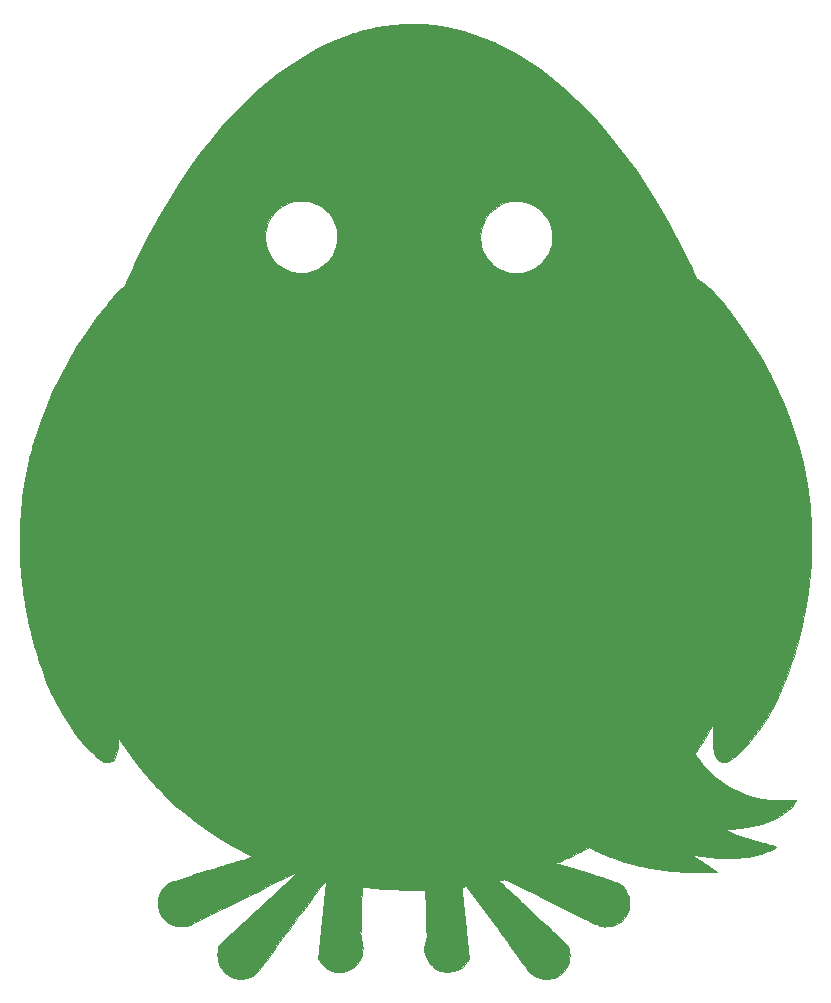
<source format=gbr>
G04 #@! TF.FileFunction,Copper,L1,Top,Signal*
%FSLAX46Y46*%
G04 Gerber Fmt 4.6, Leading zero omitted, Abs format (unit mm)*
G04 Created by KiCad (PCBNEW 4.0.7) date 05/01/20 20:11:21*
%MOMM*%
%LPD*%
G01*
G04 APERTURE LIST*
%ADD10C,0.100000*%
%ADD11C,0.010000*%
G04 APERTURE END LIST*
D10*
D11*
G36*
X91951703Y-49767877D02*
X92218985Y-49773747D01*
X92445755Y-49783135D01*
X92583000Y-49792636D01*
X92883856Y-49820220D01*
X93142059Y-49846985D01*
X93378374Y-49875323D01*
X93613566Y-49907627D01*
X93726000Y-49924312D01*
X93802907Y-49935192D01*
X93912254Y-49949803D01*
X93980000Y-49958556D01*
X94080934Y-49973445D01*
X94155136Y-49988139D01*
X94179490Y-49996044D01*
X94225235Y-50009811D01*
X94305072Y-50023703D01*
X94319018Y-50025521D01*
X94429019Y-50043175D01*
X94548499Y-50067827D01*
X94564027Y-50071524D01*
X94671695Y-50095756D01*
X94770192Y-50114791D01*
X94784994Y-50117188D01*
X94878657Y-50135875D01*
X94943744Y-50153643D01*
X95020490Y-50174296D01*
X95059500Y-50180992D01*
X95145149Y-50195109D01*
X95253322Y-50220067D01*
X95362461Y-50249984D01*
X95451003Y-50278981D01*
X95496062Y-50300045D01*
X95530256Y-50318405D01*
X95535750Y-50313785D01*
X95564960Y-50311860D01*
X95649564Y-50329629D01*
X95785021Y-50365802D01*
X95966791Y-50419091D01*
X96190334Y-50488210D01*
X96451110Y-50571869D01*
X96488250Y-50583988D01*
X97422023Y-50919753D01*
X98359347Y-51317222D01*
X99297733Y-51774885D01*
X100234690Y-52291233D01*
X101167728Y-52864757D01*
X102094356Y-53493948D01*
X103012085Y-54177297D01*
X103918424Y-54913296D01*
X104568625Y-55480434D01*
X104744195Y-55641431D01*
X104954237Y-55839430D01*
X105189545Y-56065337D01*
X105440916Y-56310058D01*
X105699146Y-56564501D01*
X105955029Y-56819570D01*
X106199363Y-57066174D01*
X106422942Y-57295218D01*
X106616562Y-57497610D01*
X106693026Y-57579249D01*
X107653533Y-58654567D01*
X108593010Y-59788899D01*
X109510627Y-60981055D01*
X110405552Y-62229847D01*
X111276955Y-63534086D01*
X112124006Y-64892585D01*
X112945873Y-66304155D01*
X113515702Y-67341750D01*
X113684697Y-67661790D01*
X113873050Y-68026756D01*
X114074313Y-68423590D01*
X114282034Y-68839232D01*
X114489764Y-69260624D01*
X114691052Y-69674708D01*
X114879448Y-70068424D01*
X115048503Y-70428713D01*
X115153328Y-70657231D01*
X115440038Y-71289838D01*
X115671706Y-71429342D01*
X115930509Y-71597930D01*
X116193356Y-71795361D01*
X116463352Y-72024891D01*
X116743603Y-72289775D01*
X117037217Y-72593268D01*
X117347298Y-72938625D01*
X117676953Y-73329102D01*
X118029289Y-73767952D01*
X118407411Y-74258431D01*
X118542655Y-74437875D01*
X119420023Y-75655820D01*
X120235975Y-76887314D01*
X120990376Y-78132088D01*
X121683090Y-79389875D01*
X122313982Y-80660409D01*
X122882917Y-81943422D01*
X123389759Y-83238647D01*
X123834373Y-84545816D01*
X124080226Y-85367441D01*
X124131135Y-85548922D01*
X124176174Y-85713279D01*
X124212303Y-85849106D01*
X124236479Y-85944999D01*
X124245355Y-85986566D01*
X124261281Y-86057664D01*
X124274507Y-86090125D01*
X124294680Y-86144322D01*
X124319327Y-86239016D01*
X124342983Y-86351986D01*
X124352611Y-86407625D01*
X124364057Y-86471703D01*
X124380119Y-86541034D01*
X124406222Y-86637869D01*
X124424662Y-86703306D01*
X124452119Y-86811867D01*
X124472173Y-86911890D01*
X124475210Y-86932602D01*
X124489279Y-87008937D01*
X124504351Y-87053203D01*
X124520046Y-87100777D01*
X124536945Y-87183048D01*
X124540445Y-87204907D01*
X124559978Y-87326376D01*
X124580549Y-87431227D01*
X124609239Y-87554777D01*
X124616791Y-87585722D01*
X124643268Y-87705766D01*
X124665737Y-87826925D01*
X124667762Y-87839722D01*
X124683731Y-87941847D01*
X124697188Y-88020459D01*
X124713194Y-88103060D01*
X124736811Y-88217153D01*
X124740184Y-88233250D01*
X124764003Y-88354945D01*
X124783934Y-88470587D01*
X124790976Y-88519000D01*
X124805695Y-88616473D01*
X124827168Y-88739328D01*
X124839108Y-88801951D01*
X124855465Y-88898852D01*
X124861798Y-88967257D01*
X124859054Y-88987778D01*
X124858142Y-89024487D01*
X124872213Y-89073213D01*
X124889941Y-89142299D01*
X124908394Y-89249133D01*
X124920967Y-89347760D01*
X124934168Y-89468186D01*
X124946417Y-89573697D01*
X124953571Y-89630250D01*
X124978327Y-89816526D01*
X125000851Y-89999940D01*
X125014508Y-90122375D01*
X125025868Y-90230955D01*
X125039720Y-90362239D01*
X125046276Y-90424000D01*
X125106648Y-91079988D01*
X125152835Y-91771828D01*
X125184543Y-92484349D01*
X125201480Y-93202380D01*
X125203353Y-93910749D01*
X125189868Y-94594286D01*
X125160733Y-95237819D01*
X125144082Y-95488125D01*
X125127358Y-95714910D01*
X125114268Y-95889893D01*
X125103907Y-96024609D01*
X125095372Y-96130595D01*
X125087757Y-96219384D01*
X125080605Y-96297750D01*
X125053350Y-96580151D01*
X125026918Y-96837069D01*
X125002754Y-97054830D01*
X124986663Y-97186750D01*
X124973741Y-97287905D01*
X124958230Y-97410907D01*
X124952515Y-97456625D01*
X124938498Y-97567400D01*
X124925892Y-97664227D01*
X124921773Y-97694750D01*
X124912647Y-97768112D01*
X124900025Y-97878414D01*
X124888956Y-97980163D01*
X124875707Y-98089382D01*
X124862574Y-98172231D01*
X124853090Y-98208873D01*
X124842318Y-98251058D01*
X124829851Y-98334703D01*
X124822613Y-98399709D01*
X124810380Y-98504012D01*
X124797183Y-98586031D01*
X124790447Y-98613745D01*
X124777300Y-98672072D01*
X124762798Y-98764529D01*
X124757771Y-98804245D01*
X124739343Y-98934223D01*
X124715674Y-99069250D01*
X124711145Y-99091750D01*
X124689054Y-99203549D01*
X124670418Y-99306686D01*
X124666636Y-99329875D01*
X124647497Y-99436484D01*
X124629870Y-99520375D01*
X124611251Y-99604714D01*
X124599477Y-99663250D01*
X124586576Y-99731187D01*
X124574777Y-99790250D01*
X124528341Y-100021030D01*
X124511200Y-100107750D01*
X124495849Y-100193281D01*
X124478908Y-100297718D01*
X124476945Y-100310592D01*
X124460738Y-100397044D01*
X124444076Y-100455665D01*
X124440751Y-100462457D01*
X124425347Y-100510893D01*
X124410719Y-100592129D01*
X124409120Y-100604379D01*
X124391265Y-100697572D01*
X124366960Y-100770212D01*
X124365136Y-100773777D01*
X124346343Y-100825269D01*
X124348556Y-100842973D01*
X124347277Y-100877726D01*
X124331868Y-100957773D01*
X124305481Y-101067303D01*
X124298669Y-101093210D01*
X124266278Y-101214660D01*
X124238968Y-101317138D01*
X124222007Y-101380873D01*
X124220730Y-101385687D01*
X124182718Y-101536770D01*
X124156500Y-101661802D01*
X124153723Y-101676950D01*
X124133055Y-101769849D01*
X124096186Y-101913444D01*
X124045986Y-102097860D01*
X123985323Y-102313225D01*
X123917067Y-102549665D01*
X123844087Y-102797306D01*
X123769251Y-103046274D01*
X123695429Y-103286697D01*
X123625489Y-103508700D01*
X123586148Y-103630279D01*
X123209249Y-104710578D01*
X122804680Y-105734644D01*
X122371796Y-106703705D01*
X121909950Y-107618988D01*
X121418497Y-108481723D01*
X120896791Y-109293137D01*
X120344188Y-110054460D01*
X119955925Y-110537625D01*
X119832341Y-110679316D01*
X119679336Y-110845520D01*
X119506000Y-111027199D01*
X119321419Y-111215315D01*
X119134682Y-111400831D01*
X118954878Y-111574710D01*
X118791094Y-111727913D01*
X118652418Y-111851404D01*
X118554500Y-111931250D01*
X118330855Y-112082570D01*
X118131900Y-112180402D01*
X117998875Y-112219647D01*
X117857188Y-112246500D01*
X117757651Y-112259235D01*
X117680698Y-112258683D01*
X117606763Y-112245672D01*
X117575241Y-112237593D01*
X117419022Y-112164957D01*
X117272276Y-112039422D01*
X117142552Y-111871559D01*
X117037397Y-111671940D01*
X116964362Y-111451138D01*
X116945186Y-111355272D01*
X116930251Y-111267376D01*
X116917519Y-111196522D01*
X116896195Y-111039290D01*
X116879623Y-110831025D01*
X116868028Y-110584033D01*
X116861639Y-110310622D01*
X116860683Y-110023096D01*
X116865388Y-109733762D01*
X116875980Y-109454927D01*
X116883049Y-109331125D01*
X116907483Y-108950125D01*
X116608384Y-109474000D01*
X116477046Y-109700795D01*
X116336246Y-109938186D01*
X116190070Y-110179784D01*
X116042605Y-110419200D01*
X115897936Y-110650044D01*
X115760151Y-110865928D01*
X115633336Y-111060462D01*
X115521577Y-111227257D01*
X115428960Y-111359924D01*
X115359572Y-111452074D01*
X115317500Y-111497317D01*
X115312385Y-111500314D01*
X115320980Y-111527878D01*
X115361964Y-111596872D01*
X115429367Y-111698120D01*
X115517220Y-111822444D01*
X115560240Y-111881314D01*
X116034600Y-112479978D01*
X116532097Y-113020490D01*
X117055473Y-113504834D01*
X117607471Y-113934995D01*
X118190834Y-114312956D01*
X118808304Y-114640701D01*
X119462624Y-114920216D01*
X120030875Y-115115526D01*
X120203807Y-115168791D01*
X120328930Y-115206493D01*
X120419039Y-115232036D01*
X120486926Y-115248820D01*
X120545385Y-115260248D01*
X120607210Y-115269722D01*
X120614717Y-115270784D01*
X120696123Y-115285952D01*
X120748664Y-115302340D01*
X120750707Y-115303498D01*
X120798884Y-115318387D01*
X120880789Y-115332376D01*
X120897115Y-115334349D01*
X121000144Y-115348985D01*
X121089927Y-115366445D01*
X121094500Y-115367568D01*
X121191990Y-115388123D01*
X121253250Y-115398031D01*
X121478356Y-115427384D01*
X121662568Y-115449446D01*
X121822131Y-115465244D01*
X121973287Y-115475806D01*
X122132282Y-115482159D01*
X122315360Y-115485330D01*
X122538766Y-115486346D01*
X122650250Y-115486377D01*
X122904726Y-115485511D01*
X123110415Y-115482635D01*
X123282016Y-115477009D01*
X123434228Y-115467888D01*
X123581752Y-115454533D01*
X123739287Y-115436198D01*
X123801050Y-115428267D01*
X123869957Y-115428066D01*
X123903907Y-115442243D01*
X123894514Y-115478151D01*
X123856350Y-115553574D01*
X123796348Y-115655513D01*
X123757158Y-115717245D01*
X123527372Y-116018692D01*
X123240997Y-116307079D01*
X122904392Y-116577672D01*
X122523919Y-116825737D01*
X122105939Y-117046542D01*
X121781044Y-117187693D01*
X121645790Y-117239167D01*
X121488297Y-117295612D01*
X121323102Y-117352216D01*
X121164740Y-117404170D01*
X121027744Y-117446664D01*
X120926652Y-117474889D01*
X120888125Y-117483153D01*
X120819670Y-117500144D01*
X120792875Y-117511825D01*
X120748045Y-117527440D01*
X120658063Y-117551665D01*
X120540010Y-117580475D01*
X120410962Y-117609846D01*
X120288000Y-117635755D01*
X120189625Y-117653948D01*
X120097656Y-117669912D01*
X120030875Y-117682785D01*
X119861172Y-117717806D01*
X119733097Y-117742340D01*
X119626354Y-117759962D01*
X119520644Y-117774246D01*
X119491125Y-117777818D01*
X119373514Y-117792007D01*
X119270541Y-117804775D01*
X119221250Y-117811138D01*
X119124243Y-117822810D01*
X118976405Y-117838824D01*
X118790149Y-117857871D01*
X118618000Y-117874782D01*
X118489517Y-117885564D01*
X118335799Y-117896194D01*
X118221125Y-117902739D01*
X118096332Y-117909016D01*
X117986884Y-117914607D01*
X117919500Y-117918142D01*
X117890583Y-117930882D01*
X117916437Y-117961336D01*
X117991522Y-118007338D01*
X118110302Y-118066723D01*
X118267238Y-118137323D01*
X118456793Y-118216974D01*
X118673429Y-118303509D01*
X118911608Y-118394761D01*
X119165793Y-118488565D01*
X119430445Y-118582754D01*
X119700027Y-118675163D01*
X119969001Y-118763625D01*
X120231829Y-118845975D01*
X120475375Y-118917882D01*
X120631407Y-118962489D01*
X120767841Y-119001756D01*
X120871778Y-119031950D01*
X120930316Y-119049340D01*
X120935750Y-119051054D01*
X120977491Y-119063728D01*
X120983375Y-119064772D01*
X121013012Y-119072207D01*
X121098223Y-119095308D01*
X121233451Y-119132545D01*
X121413142Y-119182391D01*
X121618375Y-119239582D01*
X121696908Y-119257707D01*
X121779250Y-119272836D01*
X121934442Y-119302868D01*
X122061968Y-119337725D01*
X122150600Y-119373619D01*
X122189113Y-119406761D01*
X122189875Y-119411439D01*
X122161564Y-119449805D01*
X122082976Y-119505271D01*
X121963630Y-119573561D01*
X121813044Y-119650400D01*
X121640735Y-119731513D01*
X121456221Y-119812626D01*
X121269021Y-119889463D01*
X121088652Y-119957749D01*
X120924632Y-120013209D01*
X120786480Y-120051567D01*
X120745250Y-120060303D01*
X120611520Y-120087335D01*
X120530094Y-120108701D01*
X120495535Y-120123476D01*
X120448684Y-120138751D01*
X120366869Y-120155423D01*
X120344842Y-120158945D01*
X120246922Y-120174434D01*
X120166830Y-120188256D01*
X120157875Y-120189958D01*
X119885033Y-120237094D01*
X119582909Y-120277238D01*
X119236580Y-120312296D01*
X119126000Y-120321762D01*
X118994425Y-120329342D01*
X118812296Y-120335224D01*
X118592536Y-120339398D01*
X118348066Y-120341856D01*
X118091810Y-120342586D01*
X117836691Y-120341579D01*
X117595632Y-120338825D01*
X117381555Y-120334314D01*
X117207384Y-120328036D01*
X117125750Y-120323298D01*
X116792903Y-120296558D01*
X116459195Y-120264502D01*
X116141166Y-120228965D01*
X115855354Y-120191779D01*
X115641487Y-120158784D01*
X115454157Y-120127030D01*
X115321378Y-120105408D01*
X115235118Y-120093295D01*
X115187345Y-120090069D01*
X115170026Y-120095109D01*
X115175129Y-120107793D01*
X115190875Y-120123906D01*
X115242442Y-120166423D01*
X115338612Y-120239104D01*
X115471503Y-120336368D01*
X115633233Y-120452635D01*
X115815919Y-120582327D01*
X116011680Y-120719862D01*
X116212633Y-120859662D01*
X116410896Y-120996145D01*
X116598587Y-121123734D01*
X116689187Y-121184575D01*
X116850511Y-121293139D01*
X116992153Y-121389928D01*
X117106203Y-121469415D01*
X117184749Y-121526071D01*
X117219878Y-121554368D01*
X117221000Y-121556174D01*
X117190512Y-121559550D01*
X117104082Y-121561899D01*
X116969256Y-121563293D01*
X116793582Y-121563805D01*
X116584608Y-121563506D01*
X116349881Y-121562468D01*
X116096948Y-121560765D01*
X115833357Y-121558466D01*
X115566655Y-121555646D01*
X115304391Y-121552375D01*
X115054111Y-121548727D01*
X114823363Y-121544772D01*
X114619694Y-121540584D01*
X114450653Y-121536233D01*
X114323786Y-121531794D01*
X114252375Y-121527818D01*
X113939748Y-121502416D01*
X113671947Y-121479355D01*
X113430425Y-121456964D01*
X113196635Y-121433567D01*
X113125250Y-121426103D01*
X112942238Y-121406290D01*
X112785932Y-121387917D01*
X112628537Y-121367513D01*
X112442257Y-121341604D01*
X112395000Y-121334872D01*
X112279284Y-121318398D01*
X112172750Y-121303303D01*
X111994184Y-121275943D01*
X111786767Y-121240701D01*
X111775875Y-121238765D01*
X111705389Y-121227448D01*
X111605347Y-121212733D01*
X111569500Y-121207705D01*
X111468359Y-121191565D01*
X111386408Y-121174820D01*
X111367901Y-121169837D01*
X111290281Y-121150845D01*
X111225026Y-121138896D01*
X111134748Y-121123541D01*
X111077375Y-121112208D01*
X111004024Y-121098293D01*
X110906381Y-121082141D01*
X110890407Y-121079695D01*
X110804006Y-121063515D01*
X110745479Y-121046914D01*
X110738703Y-121043601D01*
X110688267Y-121026842D01*
X110623630Y-121015160D01*
X110556288Y-121002802D01*
X110446544Y-120978713D01*
X110310836Y-120946930D01*
X110165601Y-120911489D01*
X110027275Y-120876428D01*
X109912297Y-120845784D01*
X109837102Y-120823593D01*
X109823250Y-120818581D01*
X109753980Y-120797639D01*
X109699901Y-120786333D01*
X109622579Y-120767732D01*
X109495943Y-120730707D01*
X109330281Y-120678743D01*
X109135881Y-120615325D01*
X108923028Y-120543936D01*
X108702012Y-120468062D01*
X108483119Y-120391186D01*
X108276636Y-120316793D01*
X108092851Y-120248369D01*
X107965875Y-120198988D01*
X107771112Y-120118124D01*
X107643797Y-120062625D01*
X115093750Y-120062625D01*
X115109625Y-120078500D01*
X115125500Y-120062625D01*
X115109625Y-120046750D01*
X115093750Y-120062625D01*
X107643797Y-120062625D01*
X107541764Y-120018147D01*
X107299760Y-119908892D01*
X107067028Y-119800199D01*
X106937385Y-119737591D01*
X106385145Y-119466590D01*
X105643620Y-119836925D01*
X105375781Y-119968963D01*
X105095987Y-120103787D01*
X104813641Y-120237103D01*
X104538151Y-120364617D01*
X104278922Y-120482035D01*
X104045359Y-120585062D01*
X103846869Y-120669404D01*
X103692858Y-120730767D01*
X103656656Y-120744080D01*
X103506687Y-120797699D01*
X106085531Y-121584665D01*
X106606418Y-121744063D01*
X107068095Y-121886299D01*
X107472327Y-122011942D01*
X107820878Y-122121560D01*
X108115511Y-122215723D01*
X108357993Y-122294997D01*
X108550086Y-122359953D01*
X108693556Y-122411160D01*
X108790167Y-122449185D01*
X108836222Y-122471253D01*
X109020586Y-122600376D01*
X109206560Y-122769278D01*
X109375862Y-122958890D01*
X109510210Y-123150144D01*
X109542445Y-123207831D01*
X109628225Y-123380251D01*
X109689510Y-123526460D01*
X109730435Y-123664409D01*
X109755135Y-123812048D01*
X109767744Y-123987327D01*
X109772381Y-124206000D01*
X109771465Y-124384443D01*
X109763533Y-124520568D01*
X109746003Y-124635398D01*
X109716296Y-124749959D01*
X109698832Y-124805303D01*
X109563031Y-125120469D01*
X109374046Y-125406378D01*
X109137833Y-125656897D01*
X108860347Y-125865897D01*
X108547544Y-126027245D01*
X108489795Y-126050057D01*
X108376772Y-126090363D01*
X108277020Y-126118317D01*
X108172295Y-126136988D01*
X108044349Y-126149448D01*
X107874939Y-126158766D01*
X107832893Y-126160590D01*
X107763075Y-126163719D01*
X107698812Y-126165998D01*
X107637073Y-126166088D01*
X107574830Y-126162647D01*
X107509055Y-126154335D01*
X107436717Y-126139812D01*
X107354789Y-126117736D01*
X107260241Y-126086767D01*
X107150045Y-126045564D01*
X107021171Y-125992787D01*
X106870590Y-125927095D01*
X106695274Y-125847147D01*
X106492194Y-125751603D01*
X106258320Y-125639122D01*
X105990623Y-125508364D01*
X105686076Y-125357988D01*
X105341648Y-125186652D01*
X104954311Y-124993017D01*
X104521035Y-124775743D01*
X104038793Y-124533487D01*
X103504554Y-124264910D01*
X103170717Y-124097069D01*
X102622892Y-123821707D01*
X102128897Y-123573535D01*
X101685856Y-123351169D01*
X101290890Y-123153223D01*
X100941124Y-122978310D01*
X100633680Y-122825047D01*
X100365683Y-122692046D01*
X100134254Y-122577922D01*
X99936517Y-122481291D01*
X99769596Y-122400765D01*
X99630613Y-122334961D01*
X99516692Y-122282491D01*
X99424956Y-122241972D01*
X99352527Y-122212016D01*
X99296531Y-122191239D01*
X99254088Y-122178254D01*
X99222323Y-122171677D01*
X99198359Y-122170122D01*
X99179319Y-122172203D01*
X99175729Y-122172961D01*
X99101345Y-122186524D01*
X99061907Y-122187451D01*
X99060000Y-122185414D01*
X99036672Y-122187217D01*
X98998496Y-122204681D01*
X98923013Y-122232267D01*
X98831808Y-122251280D01*
X98757819Y-122261150D01*
X98718251Y-122266894D01*
X98717169Y-122267107D01*
X98734715Y-122287530D01*
X98789659Y-122340273D01*
X98871781Y-122415649D01*
X98912015Y-122451812D01*
X98961597Y-122497189D01*
X99054278Y-122583131D01*
X99186910Y-122706687D01*
X99356344Y-122864910D01*
X99559433Y-123054848D01*
X99793028Y-123273553D01*
X100053982Y-123518076D01*
X100339145Y-123785467D01*
X100645371Y-124072777D01*
X100969510Y-124377056D01*
X101308414Y-124695355D01*
X101658936Y-125024725D01*
X101835028Y-125190250D01*
X102248316Y-125578867D01*
X102617786Y-125926522D01*
X102945951Y-126235674D01*
X103235324Y-126508785D01*
X103488419Y-126748314D01*
X103707750Y-126956723D01*
X103895829Y-127136473D01*
X104055171Y-127290023D01*
X104188289Y-127419834D01*
X104297696Y-127528368D01*
X104385906Y-127618084D01*
X104455433Y-127691443D01*
X104508789Y-127750906D01*
X104548489Y-127798933D01*
X104577045Y-127837985D01*
X104596972Y-127870523D01*
X104610783Y-127899007D01*
X104616408Y-127913103D01*
X104669368Y-128076306D01*
X104702350Y-128239310D01*
X104718803Y-128424581D01*
X104722381Y-128603375D01*
X104716501Y-128824605D01*
X104696413Y-129005310D01*
X104658449Y-129167585D01*
X104602584Y-129324540D01*
X104441109Y-129646302D01*
X104234510Y-129928559D01*
X103987560Y-130166706D01*
X103705032Y-130356134D01*
X103393875Y-130491515D01*
X103271851Y-130528099D01*
X103155903Y-130556616D01*
X103092250Y-130567920D01*
X102987392Y-130581523D01*
X102866218Y-130598622D01*
X102838049Y-130602812D01*
X102749269Y-130612704D01*
X102690225Y-130612770D01*
X102679299Y-130609293D01*
X102641816Y-130598522D01*
X102559793Y-130585506D01*
X102465146Y-130574559D01*
X102241987Y-130533454D01*
X102002716Y-130457290D01*
X101776229Y-130355807D01*
X101714545Y-130321558D01*
X101554745Y-130210206D01*
X101386413Y-130063519D01*
X101228644Y-129900291D01*
X101100529Y-129739317D01*
X101060888Y-129678133D01*
X101028626Y-129630052D01*
X100960886Y-129534154D01*
X100860009Y-129393636D01*
X100728333Y-129211693D01*
X100568197Y-128991520D01*
X100381940Y-128736314D01*
X100171901Y-128449269D01*
X99940419Y-128133582D01*
X99689834Y-127792448D01*
X99422483Y-127429062D01*
X99140707Y-127046621D01*
X98846844Y-126648319D01*
X98543234Y-126237353D01*
X98461800Y-126127217D01*
X95973197Y-122762059D01*
X95841786Y-122773214D01*
X95740753Y-122781489D01*
X95656934Y-122787856D01*
X95643957Y-122788747D01*
X95620272Y-122790385D01*
X95602942Y-122796953D01*
X95591994Y-122816238D01*
X95587457Y-122856029D01*
X95589359Y-122924115D01*
X95597727Y-123028284D01*
X95612589Y-123176325D01*
X95633973Y-123376026D01*
X95646466Y-123491625D01*
X95658518Y-123605656D01*
X95673222Y-123749514D01*
X95691776Y-123935035D01*
X95710710Y-124126625D01*
X95723902Y-124258546D01*
X95737253Y-124388866D01*
X95743895Y-124452049D01*
X95757444Y-124578766D01*
X95771370Y-124709028D01*
X95772749Y-124721924D01*
X95795016Y-124936273D01*
X95822370Y-125210390D01*
X95837472Y-125364875D01*
X95862667Y-125619737D01*
X95884499Y-125831829D01*
X95901124Y-125984000D01*
X95918741Y-126146250D01*
X95941706Y-126371688D01*
X95964472Y-126603125D01*
X95989667Y-126857987D01*
X96011499Y-127070079D01*
X96028124Y-127222250D01*
X96045741Y-127384500D01*
X96068706Y-127609938D01*
X96091472Y-127841375D01*
X96120296Y-128132144D01*
X96144818Y-128367467D01*
X96156844Y-128476375D01*
X96175876Y-128652656D01*
X96185002Y-128780657D01*
X96182248Y-128875098D01*
X96165638Y-128950703D01*
X96133199Y-129022192D01*
X96082956Y-129104288D01*
X96069950Y-129124265D01*
X95891968Y-129349938D01*
X95671654Y-129554894D01*
X95422820Y-129729909D01*
X95159276Y-129865756D01*
X94894834Y-129953212D01*
X94802250Y-129971046D01*
X94507298Y-130003919D01*
X94266028Y-130004233D01*
X94138750Y-129987222D01*
X94021178Y-129963541D01*
X93913688Y-129942394D01*
X93868875Y-129933845D01*
X93746962Y-129896915D01*
X93594084Y-129830021D01*
X93428779Y-129742973D01*
X93269584Y-129645578D01*
X93135036Y-129547645D01*
X93128024Y-129541860D01*
X92894944Y-129309361D01*
X92699914Y-129036185D01*
X92551957Y-128736909D01*
X92472065Y-128482158D01*
X92437241Y-128249170D01*
X92430092Y-127989362D01*
X92449312Y-127726343D01*
X92493593Y-127483725D01*
X92534784Y-127349250D01*
X92577334Y-127225589D01*
X92608835Y-127115609D01*
X92623467Y-127040059D01*
X92623859Y-127031750D01*
X92622818Y-126976020D01*
X92619810Y-126868163D01*
X92615188Y-126719508D01*
X92609305Y-126541385D01*
X92602514Y-126345125D01*
X92602093Y-126333250D01*
X92587741Y-125920060D01*
X92575169Y-125538243D01*
X92563713Y-125165970D01*
X92552711Y-124781413D01*
X92541499Y-124362744D01*
X92537451Y-124206000D01*
X92531219Y-123988879D01*
X92523872Y-123774861D01*
X92516014Y-123578943D01*
X92508248Y-123416122D01*
X92501176Y-123301399D01*
X92501006Y-123299181D01*
X92481238Y-123043238D01*
X91476431Y-123044325D01*
X90937942Y-123042483D01*
X90451016Y-123035519D01*
X90003898Y-123023121D01*
X89584832Y-123004979D01*
X89249250Y-122985292D01*
X88947006Y-122965151D01*
X88698802Y-122947944D01*
X88495284Y-122932940D01*
X88327095Y-122919407D01*
X88184882Y-122906615D01*
X88059291Y-122893832D01*
X88011000Y-122888488D01*
X87909686Y-122877404D01*
X87786523Y-122864423D01*
X87741125Y-122859758D01*
X87560150Y-122841023D01*
X87412985Y-122825157D01*
X87309622Y-122813265D01*
X87261290Y-122806691D01*
X87226003Y-122804159D01*
X87197395Y-122815043D01*
X87174542Y-122845455D01*
X87156520Y-122901506D01*
X87142408Y-122989308D01*
X87131280Y-123114971D01*
X87122215Y-123284607D01*
X87114287Y-123504327D01*
X87106574Y-123780243D01*
X87105023Y-123840875D01*
X87093775Y-124272172D01*
X87082629Y-124671783D01*
X87070905Y-125062170D01*
X87057921Y-125465800D01*
X87042997Y-125905136D01*
X87039143Y-126015750D01*
X87029473Y-126321342D01*
X87024179Y-126571306D01*
X87023575Y-126773383D01*
X87027977Y-126935313D01*
X87037697Y-127064838D01*
X87053051Y-127169700D01*
X87074354Y-127257639D01*
X87091708Y-127309853D01*
X87141128Y-127464005D01*
X87172800Y-127617609D01*
X87189784Y-127791561D01*
X87195143Y-128006759D01*
X87195158Y-128016000D01*
X87190561Y-128232236D01*
X87174234Y-128405782D01*
X87143100Y-128556854D01*
X87094083Y-128705670D01*
X87087729Y-128722102D01*
X86929634Y-129041779D01*
X86721939Y-129323580D01*
X86468316Y-129564186D01*
X86172437Y-129760280D01*
X85837976Y-129908544D01*
X85738978Y-129940714D01*
X85562657Y-129977027D01*
X85348857Y-129995864D01*
X85121145Y-129997230D01*
X84903091Y-129981129D01*
X84718260Y-129947566D01*
X84693125Y-129940509D01*
X84383792Y-129819170D01*
X84093760Y-129649461D01*
X83835445Y-129440454D01*
X83621262Y-129201220D01*
X83558898Y-129111834D01*
X83494532Y-129008746D01*
X83459230Y-128933058D01*
X83446293Y-128859701D01*
X83449021Y-128763604D01*
X83452851Y-128714959D01*
X83476849Y-128446298D01*
X83503953Y-128176456D01*
X83518125Y-128047750D01*
X83535764Y-127885973D01*
X83557793Y-127671448D01*
X83581777Y-127428625D01*
X83609120Y-127151462D01*
X83631112Y-126937525D01*
X83645125Y-126809500D01*
X83662764Y-126647723D01*
X83684793Y-126433198D01*
X83708777Y-126190375D01*
X83736120Y-125913212D01*
X83758112Y-125699275D01*
X83772125Y-125571250D01*
X83789764Y-125409473D01*
X83811793Y-125194948D01*
X83835777Y-124952125D01*
X83863024Y-124674850D01*
X83885196Y-124455858D01*
X83899852Y-124317125D01*
X83930824Y-124026618D01*
X83957708Y-123762722D01*
X83962539Y-123713875D01*
X83985145Y-123485340D01*
X84002919Y-123308180D01*
X84017058Y-123170556D01*
X84026783Y-123078875D01*
X84047262Y-122887326D01*
X84061831Y-122745380D01*
X84071706Y-122639541D01*
X84078103Y-122556313D01*
X84082238Y-122482201D01*
X84083742Y-122446762D01*
X84080935Y-122351193D01*
X84066231Y-122290524D01*
X84055527Y-122279209D01*
X84033429Y-122302938D01*
X83976272Y-122374334D01*
X83886636Y-122489921D01*
X83767102Y-122646221D01*
X83620248Y-122839761D01*
X83448657Y-123067063D01*
X83254907Y-123324651D01*
X83041578Y-123609050D01*
X82811252Y-123916784D01*
X82566508Y-124244377D01*
X82309927Y-124588353D01*
X82044088Y-124945235D01*
X81771572Y-125311549D01*
X81494958Y-125683818D01*
X81216828Y-126058566D01*
X80939762Y-126432317D01*
X80666339Y-126801596D01*
X80399139Y-127162926D01*
X80140744Y-127512831D01*
X79893732Y-127847836D01*
X79660685Y-128164465D01*
X79444182Y-128459242D01*
X79246804Y-128728690D01*
X79071131Y-128969334D01*
X78919742Y-129177698D01*
X78795219Y-129350305D01*
X78700141Y-129483681D01*
X78637089Y-129574349D01*
X78613000Y-129611186D01*
X78414169Y-129886933D01*
X78177703Y-130125471D01*
X77912646Y-130320013D01*
X77628038Y-130463772D01*
X77372912Y-130541962D01*
X77238999Y-130561106D01*
X77066797Y-130572237D01*
X76876540Y-130575436D01*
X76688462Y-130570785D01*
X76522797Y-130558363D01*
X76399779Y-130538254D01*
X76399021Y-130538062D01*
X76090492Y-130432269D01*
X75810088Y-130276523D01*
X75547670Y-130064896D01*
X75484465Y-130003346D01*
X75289385Y-129786595D01*
X75143272Y-129573616D01*
X75035500Y-129346248D01*
X74961129Y-129108949D01*
X74919591Y-128866524D01*
X74906895Y-128595449D01*
X74922374Y-128321010D01*
X74965359Y-128068491D01*
X74991057Y-127976291D01*
X75059564Y-127761957D01*
X78225344Y-124788645D01*
X78606058Y-124431066D01*
X78975036Y-124084487D01*
X79329524Y-123751496D01*
X79666769Y-123434682D01*
X79984014Y-123136633D01*
X80278507Y-122859938D01*
X80547491Y-122607184D01*
X80788213Y-122380960D01*
X80997919Y-122183855D01*
X81173852Y-122018457D01*
X81313260Y-121887355D01*
X81413388Y-121793136D01*
X81471481Y-121738389D01*
X81484452Y-121726103D01*
X81522013Y-121688811D01*
X81548333Y-121658759D01*
X81561118Y-121637018D01*
X81558075Y-121624658D01*
X81536910Y-121622750D01*
X81495328Y-121632365D01*
X81431036Y-121654575D01*
X81341741Y-121690449D01*
X81225147Y-121741060D01*
X81078963Y-121807478D01*
X80900893Y-121890773D01*
X80688644Y-121992018D01*
X80439922Y-122112282D01*
X80152433Y-122252637D01*
X79823884Y-122414153D01*
X79451980Y-122597902D01*
X79034429Y-122804955D01*
X78568935Y-123036382D01*
X78053205Y-123293254D01*
X77484946Y-123576643D01*
X76965024Y-123836120D01*
X76463009Y-124086563D01*
X75975749Y-124329337D01*
X75506336Y-124562916D01*
X75057862Y-124785773D01*
X74633421Y-124996380D01*
X74236104Y-125193212D01*
X73869004Y-125374742D01*
X73535213Y-125539443D01*
X73237824Y-125685789D01*
X72979929Y-125812253D01*
X72764621Y-125917308D01*
X72594992Y-125999428D01*
X72474135Y-126057086D01*
X72405141Y-126088756D01*
X72390000Y-126094636D01*
X72303104Y-126112480D01*
X72201946Y-126135957D01*
X72197798Y-126136983D01*
X72105967Y-126150314D01*
X71976865Y-126157130D01*
X71827687Y-126157923D01*
X71675631Y-126153183D01*
X71537893Y-126143401D01*
X71431669Y-126129069D01*
X71378855Y-126113598D01*
X71327390Y-126091801D01*
X71310500Y-126093735D01*
X71284586Y-126096637D01*
X71215904Y-126076145D01*
X71118038Y-126038129D01*
X71004575Y-125988457D01*
X70889101Y-125932999D01*
X70785200Y-125877624D01*
X70724154Y-125840418D01*
X70454875Y-125625372D01*
X70232310Y-125372733D01*
X70058042Y-125089579D01*
X69933655Y-124782988D01*
X69860733Y-124460039D01*
X69840857Y-124127807D01*
X69875612Y-123793373D01*
X69966581Y-123463812D01*
X70115348Y-123146204D01*
X70119763Y-123138578D01*
X70207592Y-123013148D01*
X70330707Y-122870433D01*
X70473458Y-122725773D01*
X70620200Y-122594508D01*
X70755286Y-122491976D01*
X70818375Y-122453693D01*
X70867523Y-122434163D01*
X70970851Y-122398069D01*
X71121826Y-122347466D01*
X71313919Y-122284406D01*
X71540598Y-122210944D01*
X71795332Y-122129132D01*
X72071592Y-122041024D01*
X72362845Y-121948673D01*
X72662562Y-121854134D01*
X72964210Y-121759458D01*
X73261260Y-121666701D01*
X73547181Y-121577915D01*
X73815442Y-121495154D01*
X74059512Y-121420472D01*
X74272859Y-121355921D01*
X74448955Y-121303555D01*
X74581266Y-121265429D01*
X74663264Y-121243594D01*
X74676000Y-121240744D01*
X74749485Y-121219193D01*
X74771250Y-121210708D01*
X74817471Y-121194657D01*
X74913150Y-121163970D01*
X75047537Y-121121915D01*
X75209884Y-121071756D01*
X75389440Y-121016761D01*
X75575458Y-120960195D01*
X75757187Y-120905324D01*
X75923878Y-120855413D01*
X76064782Y-120813730D01*
X76169150Y-120783540D01*
X76226233Y-120768109D01*
X76231750Y-120766957D01*
X76295775Y-120748274D01*
X76311125Y-120740801D01*
X76349156Y-120726868D01*
X76439423Y-120697401D01*
X76573332Y-120655095D01*
X76742290Y-120602643D01*
X76937705Y-120542739D01*
X77104875Y-120491996D01*
X77314499Y-120428377D01*
X77503919Y-120370399D01*
X77664666Y-120320693D01*
X77788274Y-120281890D01*
X77866275Y-120256622D01*
X77890128Y-120247935D01*
X77869240Y-120230732D01*
X77798522Y-120189224D01*
X77685080Y-120127221D01*
X77536021Y-120048529D01*
X77358451Y-119956960D01*
X77159878Y-119856524D01*
X76068430Y-119280822D01*
X75026387Y-118671708D01*
X74026354Y-118024155D01*
X73060934Y-117333140D01*
X72122731Y-116593636D01*
X71247000Y-115839001D01*
X71080451Y-115685642D01*
X70880709Y-115495612D01*
X70657446Y-115278621D01*
X70420339Y-115044380D01*
X70179061Y-114802599D01*
X69943288Y-114562990D01*
X69722693Y-114335262D01*
X69526953Y-114129127D01*
X69365741Y-113954295D01*
X69334089Y-113919000D01*
X68838528Y-113343849D01*
X68344474Y-112734367D01*
X67863297Y-112105650D01*
X67406366Y-111472791D01*
X66985050Y-110850887D01*
X66769643Y-110514208D01*
X66684995Y-110380154D01*
X66612979Y-110268612D01*
X66559834Y-110189055D01*
X66531801Y-110150956D01*
X66529136Y-110149083D01*
X66524981Y-110181770D01*
X66518930Y-110265839D01*
X66511738Y-110389228D01*
X66504160Y-110539874D01*
X66502795Y-110569375D01*
X66494422Y-110753522D01*
X66488011Y-110887093D01*
X66482343Y-110982933D01*
X66476196Y-111053885D01*
X66468350Y-111112794D01*
X66457584Y-111172503D01*
X66442677Y-111245858D01*
X66434903Y-111283750D01*
X66354277Y-111588491D01*
X66248622Y-111835892D01*
X66118174Y-112025519D01*
X65963173Y-112156940D01*
X65953530Y-112162711D01*
X65771986Y-112233040D01*
X65566656Y-112247946D01*
X65343008Y-112208361D01*
X65106513Y-112115221D01*
X64875763Y-111978561D01*
X64784152Y-111907171D01*
X64657820Y-111796794D01*
X64504806Y-111655395D01*
X64333145Y-111490933D01*
X64150874Y-111311373D01*
X63966030Y-111124675D01*
X63786650Y-110938802D01*
X63620771Y-110761715D01*
X63476428Y-110601379D01*
X63421332Y-110537625D01*
X62853345Y-109825002D01*
X62313000Y-109055613D01*
X61800586Y-108229999D01*
X61316395Y-107348702D01*
X60860715Y-106412262D01*
X60433839Y-105421222D01*
X60036055Y-104376122D01*
X59886245Y-103946280D01*
X59823657Y-103758277D01*
X59754119Y-103542930D01*
X59680558Y-103309938D01*
X59605899Y-103068999D01*
X59533067Y-102829812D01*
X59464989Y-102602076D01*
X59404589Y-102395489D01*
X59354793Y-102219749D01*
X59318526Y-102084555D01*
X59298715Y-101999606D01*
X59298213Y-101996875D01*
X59278765Y-101918775D01*
X59267259Y-101885750D01*
X59251366Y-101834554D01*
X59224747Y-101736216D01*
X59191039Y-101605450D01*
X59153879Y-101456968D01*
X59116904Y-101305483D01*
X59083750Y-101165707D01*
X59058055Y-101052354D01*
X59043580Y-100980875D01*
X59022205Y-100880785D01*
X58994137Y-100776602D01*
X58975726Y-100701150D01*
X58973433Y-100656289D01*
X58975050Y-100653365D01*
X58973876Y-100617748D01*
X58959363Y-100583277D01*
X58934877Y-100515334D01*
X58913534Y-100420924D01*
X58910935Y-100404889D01*
X58894249Y-100301405D01*
X58878042Y-100211009D01*
X58876459Y-100203000D01*
X58860734Y-100122264D01*
X58852237Y-100076000D01*
X58835521Y-100005768D01*
X58823334Y-99964875D01*
X58805144Y-99892013D01*
X58786734Y-99793746D01*
X58783717Y-99774375D01*
X58765574Y-99657438D01*
X58750630Y-99575848D01*
X58733620Y-99502016D01*
X58726165Y-99472750D01*
X58707151Y-99384070D01*
X58690239Y-99282289D01*
X58690234Y-99282250D01*
X58673489Y-99178052D01*
X58651080Y-99057538D01*
X58645136Y-99028250D01*
X58629710Y-98950317D01*
X58615154Y-98866645D01*
X58599066Y-98761820D01*
X58579044Y-98620430D01*
X58561000Y-98488500D01*
X58547945Y-98400257D01*
X58531574Y-98298814D01*
X58531436Y-98298000D01*
X58478724Y-97946795D01*
X58469748Y-97877348D01*
X58457967Y-97790232D01*
X58440672Y-97669685D01*
X58425510Y-97567750D01*
X58409243Y-97453816D01*
X58397778Y-97361112D01*
X58393810Y-97313750D01*
X58389764Y-97255616D01*
X58379986Y-97161587D01*
X58373505Y-97107375D01*
X58344192Y-96854979D01*
X58316878Y-96587226D01*
X58309215Y-96504125D01*
X58299409Y-96399067D01*
X58286566Y-96267341D01*
X58278461Y-96186625D01*
X58267591Y-96074105D01*
X58257006Y-95950754D01*
X58245891Y-95805509D01*
X58233430Y-95627306D01*
X58218808Y-95405083D01*
X58205901Y-95202375D01*
X58199420Y-95061051D01*
X58193994Y-94865713D01*
X58189624Y-94625838D01*
X58186309Y-94350902D01*
X58184048Y-94050382D01*
X58182841Y-93733755D01*
X58182688Y-93410498D01*
X58183587Y-93090088D01*
X58185538Y-92782001D01*
X58188540Y-92495715D01*
X58192593Y-92240706D01*
X58197697Y-92026451D01*
X58203850Y-91862427D01*
X58206107Y-91821000D01*
X58241389Y-91297501D01*
X58281491Y-90805357D01*
X58325445Y-90355476D01*
X58369586Y-89979500D01*
X58382448Y-89878328D01*
X58397804Y-89755310D01*
X58403437Y-89709625D01*
X58431952Y-89485591D01*
X58460241Y-89282771D01*
X58468693Y-89225401D01*
X58481071Y-89134166D01*
X58488369Y-89065378D01*
X58488786Y-89058750D01*
X58495856Y-89001047D01*
X58511165Y-88907688D01*
X58521278Y-88852375D01*
X58549019Y-88702410D01*
X58568893Y-88583149D01*
X58585906Y-88463114D01*
X58597011Y-88376125D01*
X58611347Y-88279611D01*
X58625883Y-88210232D01*
X58632439Y-88191870D01*
X58646129Y-88145779D01*
X58659627Y-88065255D01*
X58661621Y-88048995D01*
X58673792Y-87970598D01*
X58696408Y-87848079D01*
X58726053Y-87699283D01*
X58754004Y-87566500D01*
X58787098Y-87410680D01*
X58816533Y-87267389D01*
X58838808Y-87153964D01*
X58849525Y-87093782D01*
X58865680Y-87012497D01*
X58882463Y-86960045D01*
X58883648Y-86957953D01*
X58899975Y-86908201D01*
X58913052Y-86835269D01*
X58927176Y-86759892D01*
X58956090Y-86633105D01*
X58997242Y-86464585D01*
X59048078Y-86264009D01*
X59106047Y-86041053D01*
X59168597Y-85805394D01*
X59233174Y-85566708D01*
X59297226Y-85334671D01*
X59358201Y-85118961D01*
X59413547Y-84929254D01*
X59432038Y-84867750D01*
X59867474Y-83542943D01*
X60364702Y-82232538D01*
X60923629Y-80936706D01*
X61544162Y-79655621D01*
X62226206Y-78389459D01*
X62969668Y-77138391D01*
X63774455Y-75902593D01*
X64640474Y-74682238D01*
X65548640Y-73501250D01*
X65844031Y-73137744D01*
X66110070Y-72823796D01*
X66350778Y-72554941D01*
X66570176Y-72326713D01*
X66772285Y-72134647D01*
X66806682Y-72103973D01*
X67071816Y-71869958D01*
X67360947Y-71217166D01*
X67656959Y-70560906D01*
X67971718Y-69885417D01*
X68297930Y-69205617D01*
X68628300Y-68536424D01*
X68955534Y-67892753D01*
X69128830Y-67562778D01*
X78945231Y-67562778D01*
X78946286Y-67976644D01*
X79003073Y-68383666D01*
X79113280Y-68778169D01*
X79274591Y-69154478D01*
X79484691Y-69506917D01*
X79741265Y-69829812D01*
X80041999Y-70117487D01*
X80384577Y-70364267D01*
X80660875Y-70515874D01*
X80897185Y-70618390D01*
X81147940Y-70707252D01*
X81389967Y-70775010D01*
X81581625Y-70811853D01*
X81777424Y-70827507D01*
X82008663Y-70829323D01*
X82249037Y-70818279D01*
X82472236Y-70795351D01*
X82597625Y-70774128D01*
X83022188Y-70654705D01*
X83420509Y-70479954D01*
X83787695Y-70253735D01*
X84118858Y-69979910D01*
X84409105Y-69662340D01*
X84653547Y-69304887D01*
X84790119Y-69043152D01*
X84879166Y-68839508D01*
X84945088Y-68657820D01*
X84991039Y-68481866D01*
X85020171Y-68295425D01*
X85035636Y-68082274D01*
X85040588Y-67826192D01*
X85040555Y-67754500D01*
X85040455Y-67739766D01*
X97162286Y-67739766D01*
X97165276Y-67913250D01*
X97190048Y-68230802D01*
X97239183Y-68511433D01*
X97318667Y-68779006D01*
X97434483Y-69057382D01*
X97471847Y-69135625D01*
X97689660Y-69512056D01*
X97953132Y-69848321D01*
X98256854Y-70141522D01*
X98595416Y-70388758D01*
X98963408Y-70587131D01*
X99355422Y-70733743D01*
X99766047Y-70825694D01*
X100189875Y-70860086D01*
X100621494Y-70834020D01*
X100637265Y-70831896D01*
X101056060Y-70743003D01*
X101455547Y-70596231D01*
X101830038Y-70395723D01*
X102173845Y-70145621D01*
X102481280Y-69850069D01*
X102746657Y-69513210D01*
X102964287Y-69139186D01*
X102966031Y-69135625D01*
X103078578Y-68889736D01*
X103160367Y-68668592D01*
X103215609Y-68453205D01*
X103248512Y-68224584D01*
X103263288Y-67963739D01*
X103265208Y-67786250D01*
X103262178Y-67551097D01*
X103251384Y-67359918D01*
X103229298Y-67193330D01*
X103192390Y-67031949D01*
X103137130Y-66856389D01*
X103059990Y-66647267D01*
X103055898Y-66636628D01*
X102894417Y-66298447D01*
X102678737Y-65972454D01*
X102418119Y-65668646D01*
X102121826Y-65397022D01*
X101799121Y-65167580D01*
X101584125Y-65048045D01*
X101247984Y-64901978D01*
X100916817Y-64803588D01*
X100571275Y-64748506D01*
X100192011Y-64732358D01*
X100187125Y-64732383D01*
X99754174Y-64765750D01*
X99336392Y-64859028D01*
X98938858Y-65009437D01*
X98566653Y-65214194D01*
X98224857Y-65470518D01*
X97918551Y-65775626D01*
X97659731Y-66116198D01*
X97443917Y-66497359D01*
X97289518Y-66893386D01*
X97195864Y-67306711D01*
X97162286Y-67739766D01*
X85040455Y-67739766D01*
X85039146Y-67547144D01*
X85035493Y-67389290D01*
X85028128Y-67266944D01*
X85015584Y-67166113D01*
X84996395Y-67072802D01*
X84969094Y-66973018D01*
X84953089Y-66920051D01*
X84791963Y-66499176D01*
X84579492Y-66113018D01*
X84319267Y-65765073D01*
X84014883Y-65458838D01*
X83669930Y-65197809D01*
X83288003Y-64985482D01*
X82872693Y-64825355D01*
X82770128Y-64795538D01*
X82657701Y-64767070D01*
X82553123Y-64747103D01*
X82441312Y-64734293D01*
X82307188Y-64727294D01*
X82135670Y-64724763D01*
X81978500Y-64724962D01*
X81775488Y-64726878D01*
X81620999Y-64731417D01*
X81500064Y-64740214D01*
X81397713Y-64754898D01*
X81298977Y-64777102D01*
X81188886Y-64808458D01*
X81175595Y-64812488D01*
X80750225Y-64973312D01*
X80361095Y-65184490D01*
X80011272Y-65443150D01*
X79703823Y-65746422D01*
X79441813Y-66091436D01*
X79228310Y-66475320D01*
X79119584Y-66737216D01*
X79002226Y-67147743D01*
X78945231Y-67562778D01*
X69128830Y-67562778D01*
X69272339Y-67289522D01*
X69372404Y-67103625D01*
X70146003Y-65721997D01*
X70942606Y-64389636D01*
X71761330Y-63107563D01*
X72601290Y-61876796D01*
X73461602Y-60698357D01*
X74341381Y-59573264D01*
X75239744Y-58502538D01*
X76155807Y-57487198D01*
X77088685Y-56528264D01*
X78037494Y-55626757D01*
X79001350Y-54783695D01*
X79979369Y-54000099D01*
X80970667Y-53276989D01*
X81883250Y-52672569D01*
X82541124Y-52276443D01*
X83232244Y-51895615D01*
X83943266Y-51536407D01*
X84660845Y-51205136D01*
X85371635Y-50908123D01*
X86062291Y-50651687D01*
X86362647Y-50551314D01*
X86565610Y-50487776D01*
X86788846Y-50420895D01*
X87019705Y-50354179D01*
X87245537Y-50291134D01*
X87453692Y-50235267D01*
X87631518Y-50190085D01*
X87766366Y-50159095D01*
X87804625Y-50151603D01*
X87878480Y-50137040D01*
X87993857Y-50112871D01*
X88130320Y-50083406D01*
X88185625Y-50071237D01*
X88332829Y-50040020D01*
X88474980Y-50012181D01*
X88587694Y-49992426D01*
X88614250Y-49988487D01*
X88716764Y-49973873D01*
X88801405Y-49960777D01*
X88820625Y-49957481D01*
X88893365Y-49945255D01*
X88991494Y-49929810D01*
X89011125Y-49926827D01*
X89121226Y-49910190D01*
X89223018Y-49894772D01*
X89233375Y-49893199D01*
X89326790Y-49880148D01*
X89441228Y-49865593D01*
X89471500Y-49861977D01*
X89595429Y-49847253D01*
X89719633Y-49832218D01*
X89741375Y-49829546D01*
X89916848Y-49812677D01*
X90144232Y-49798125D01*
X90411974Y-49786040D01*
X90708521Y-49776573D01*
X91022320Y-49769873D01*
X91341818Y-49766090D01*
X91655464Y-49765375D01*
X91951703Y-49767877D01*
X91951703Y-49767877D01*
G37*
X91951703Y-49767877D02*
X92218985Y-49773747D01*
X92445755Y-49783135D01*
X92583000Y-49792636D01*
X92883856Y-49820220D01*
X93142059Y-49846985D01*
X93378374Y-49875323D01*
X93613566Y-49907627D01*
X93726000Y-49924312D01*
X93802907Y-49935192D01*
X93912254Y-49949803D01*
X93980000Y-49958556D01*
X94080934Y-49973445D01*
X94155136Y-49988139D01*
X94179490Y-49996044D01*
X94225235Y-50009811D01*
X94305072Y-50023703D01*
X94319018Y-50025521D01*
X94429019Y-50043175D01*
X94548499Y-50067827D01*
X94564027Y-50071524D01*
X94671695Y-50095756D01*
X94770192Y-50114791D01*
X94784994Y-50117188D01*
X94878657Y-50135875D01*
X94943744Y-50153643D01*
X95020490Y-50174296D01*
X95059500Y-50180992D01*
X95145149Y-50195109D01*
X95253322Y-50220067D01*
X95362461Y-50249984D01*
X95451003Y-50278981D01*
X95496062Y-50300045D01*
X95530256Y-50318405D01*
X95535750Y-50313785D01*
X95564960Y-50311860D01*
X95649564Y-50329629D01*
X95785021Y-50365802D01*
X95966791Y-50419091D01*
X96190334Y-50488210D01*
X96451110Y-50571869D01*
X96488250Y-50583988D01*
X97422023Y-50919753D01*
X98359347Y-51317222D01*
X99297733Y-51774885D01*
X100234690Y-52291233D01*
X101167728Y-52864757D01*
X102094356Y-53493948D01*
X103012085Y-54177297D01*
X103918424Y-54913296D01*
X104568625Y-55480434D01*
X104744195Y-55641431D01*
X104954237Y-55839430D01*
X105189545Y-56065337D01*
X105440916Y-56310058D01*
X105699146Y-56564501D01*
X105955029Y-56819570D01*
X106199363Y-57066174D01*
X106422942Y-57295218D01*
X106616562Y-57497610D01*
X106693026Y-57579249D01*
X107653533Y-58654567D01*
X108593010Y-59788899D01*
X109510627Y-60981055D01*
X110405552Y-62229847D01*
X111276955Y-63534086D01*
X112124006Y-64892585D01*
X112945873Y-66304155D01*
X113515702Y-67341750D01*
X113684697Y-67661790D01*
X113873050Y-68026756D01*
X114074313Y-68423590D01*
X114282034Y-68839232D01*
X114489764Y-69260624D01*
X114691052Y-69674708D01*
X114879448Y-70068424D01*
X115048503Y-70428713D01*
X115153328Y-70657231D01*
X115440038Y-71289838D01*
X115671706Y-71429342D01*
X115930509Y-71597930D01*
X116193356Y-71795361D01*
X116463352Y-72024891D01*
X116743603Y-72289775D01*
X117037217Y-72593268D01*
X117347298Y-72938625D01*
X117676953Y-73329102D01*
X118029289Y-73767952D01*
X118407411Y-74258431D01*
X118542655Y-74437875D01*
X119420023Y-75655820D01*
X120235975Y-76887314D01*
X120990376Y-78132088D01*
X121683090Y-79389875D01*
X122313982Y-80660409D01*
X122882917Y-81943422D01*
X123389759Y-83238647D01*
X123834373Y-84545816D01*
X124080226Y-85367441D01*
X124131135Y-85548922D01*
X124176174Y-85713279D01*
X124212303Y-85849106D01*
X124236479Y-85944999D01*
X124245355Y-85986566D01*
X124261281Y-86057664D01*
X124274507Y-86090125D01*
X124294680Y-86144322D01*
X124319327Y-86239016D01*
X124342983Y-86351986D01*
X124352611Y-86407625D01*
X124364057Y-86471703D01*
X124380119Y-86541034D01*
X124406222Y-86637869D01*
X124424662Y-86703306D01*
X124452119Y-86811867D01*
X124472173Y-86911890D01*
X124475210Y-86932602D01*
X124489279Y-87008937D01*
X124504351Y-87053203D01*
X124520046Y-87100777D01*
X124536945Y-87183048D01*
X124540445Y-87204907D01*
X124559978Y-87326376D01*
X124580549Y-87431227D01*
X124609239Y-87554777D01*
X124616791Y-87585722D01*
X124643268Y-87705766D01*
X124665737Y-87826925D01*
X124667762Y-87839722D01*
X124683731Y-87941847D01*
X124697188Y-88020459D01*
X124713194Y-88103060D01*
X124736811Y-88217153D01*
X124740184Y-88233250D01*
X124764003Y-88354945D01*
X124783934Y-88470587D01*
X124790976Y-88519000D01*
X124805695Y-88616473D01*
X124827168Y-88739328D01*
X124839108Y-88801951D01*
X124855465Y-88898852D01*
X124861798Y-88967257D01*
X124859054Y-88987778D01*
X124858142Y-89024487D01*
X124872213Y-89073213D01*
X124889941Y-89142299D01*
X124908394Y-89249133D01*
X124920967Y-89347760D01*
X124934168Y-89468186D01*
X124946417Y-89573697D01*
X124953571Y-89630250D01*
X124978327Y-89816526D01*
X125000851Y-89999940D01*
X125014508Y-90122375D01*
X125025868Y-90230955D01*
X125039720Y-90362239D01*
X125046276Y-90424000D01*
X125106648Y-91079988D01*
X125152835Y-91771828D01*
X125184543Y-92484349D01*
X125201480Y-93202380D01*
X125203353Y-93910749D01*
X125189868Y-94594286D01*
X125160733Y-95237819D01*
X125144082Y-95488125D01*
X125127358Y-95714910D01*
X125114268Y-95889893D01*
X125103907Y-96024609D01*
X125095372Y-96130595D01*
X125087757Y-96219384D01*
X125080605Y-96297750D01*
X125053350Y-96580151D01*
X125026918Y-96837069D01*
X125002754Y-97054830D01*
X124986663Y-97186750D01*
X124973741Y-97287905D01*
X124958230Y-97410907D01*
X124952515Y-97456625D01*
X124938498Y-97567400D01*
X124925892Y-97664227D01*
X124921773Y-97694750D01*
X124912647Y-97768112D01*
X124900025Y-97878414D01*
X124888956Y-97980163D01*
X124875707Y-98089382D01*
X124862574Y-98172231D01*
X124853090Y-98208873D01*
X124842318Y-98251058D01*
X124829851Y-98334703D01*
X124822613Y-98399709D01*
X124810380Y-98504012D01*
X124797183Y-98586031D01*
X124790447Y-98613745D01*
X124777300Y-98672072D01*
X124762798Y-98764529D01*
X124757771Y-98804245D01*
X124739343Y-98934223D01*
X124715674Y-99069250D01*
X124711145Y-99091750D01*
X124689054Y-99203549D01*
X124670418Y-99306686D01*
X124666636Y-99329875D01*
X124647497Y-99436484D01*
X124629870Y-99520375D01*
X124611251Y-99604714D01*
X124599477Y-99663250D01*
X124586576Y-99731187D01*
X124574777Y-99790250D01*
X124528341Y-100021030D01*
X124511200Y-100107750D01*
X124495849Y-100193281D01*
X124478908Y-100297718D01*
X124476945Y-100310592D01*
X124460738Y-100397044D01*
X124444076Y-100455665D01*
X124440751Y-100462457D01*
X124425347Y-100510893D01*
X124410719Y-100592129D01*
X124409120Y-100604379D01*
X124391265Y-100697572D01*
X124366960Y-100770212D01*
X124365136Y-100773777D01*
X124346343Y-100825269D01*
X124348556Y-100842973D01*
X124347277Y-100877726D01*
X124331868Y-100957773D01*
X124305481Y-101067303D01*
X124298669Y-101093210D01*
X124266278Y-101214660D01*
X124238968Y-101317138D01*
X124222007Y-101380873D01*
X124220730Y-101385687D01*
X124182718Y-101536770D01*
X124156500Y-101661802D01*
X124153723Y-101676950D01*
X124133055Y-101769849D01*
X124096186Y-101913444D01*
X124045986Y-102097860D01*
X123985323Y-102313225D01*
X123917067Y-102549665D01*
X123844087Y-102797306D01*
X123769251Y-103046274D01*
X123695429Y-103286697D01*
X123625489Y-103508700D01*
X123586148Y-103630279D01*
X123209249Y-104710578D01*
X122804680Y-105734644D01*
X122371796Y-106703705D01*
X121909950Y-107618988D01*
X121418497Y-108481723D01*
X120896791Y-109293137D01*
X120344188Y-110054460D01*
X119955925Y-110537625D01*
X119832341Y-110679316D01*
X119679336Y-110845520D01*
X119506000Y-111027199D01*
X119321419Y-111215315D01*
X119134682Y-111400831D01*
X118954878Y-111574710D01*
X118791094Y-111727913D01*
X118652418Y-111851404D01*
X118554500Y-111931250D01*
X118330855Y-112082570D01*
X118131900Y-112180402D01*
X117998875Y-112219647D01*
X117857188Y-112246500D01*
X117757651Y-112259235D01*
X117680698Y-112258683D01*
X117606763Y-112245672D01*
X117575241Y-112237593D01*
X117419022Y-112164957D01*
X117272276Y-112039422D01*
X117142552Y-111871559D01*
X117037397Y-111671940D01*
X116964362Y-111451138D01*
X116945186Y-111355272D01*
X116930251Y-111267376D01*
X116917519Y-111196522D01*
X116896195Y-111039290D01*
X116879623Y-110831025D01*
X116868028Y-110584033D01*
X116861639Y-110310622D01*
X116860683Y-110023096D01*
X116865388Y-109733762D01*
X116875980Y-109454927D01*
X116883049Y-109331125D01*
X116907483Y-108950125D01*
X116608384Y-109474000D01*
X116477046Y-109700795D01*
X116336246Y-109938186D01*
X116190070Y-110179784D01*
X116042605Y-110419200D01*
X115897936Y-110650044D01*
X115760151Y-110865928D01*
X115633336Y-111060462D01*
X115521577Y-111227257D01*
X115428960Y-111359924D01*
X115359572Y-111452074D01*
X115317500Y-111497317D01*
X115312385Y-111500314D01*
X115320980Y-111527878D01*
X115361964Y-111596872D01*
X115429367Y-111698120D01*
X115517220Y-111822444D01*
X115560240Y-111881314D01*
X116034600Y-112479978D01*
X116532097Y-113020490D01*
X117055473Y-113504834D01*
X117607471Y-113934995D01*
X118190834Y-114312956D01*
X118808304Y-114640701D01*
X119462624Y-114920216D01*
X120030875Y-115115526D01*
X120203807Y-115168791D01*
X120328930Y-115206493D01*
X120419039Y-115232036D01*
X120486926Y-115248820D01*
X120545385Y-115260248D01*
X120607210Y-115269722D01*
X120614717Y-115270784D01*
X120696123Y-115285952D01*
X120748664Y-115302340D01*
X120750707Y-115303498D01*
X120798884Y-115318387D01*
X120880789Y-115332376D01*
X120897115Y-115334349D01*
X121000144Y-115348985D01*
X121089927Y-115366445D01*
X121094500Y-115367568D01*
X121191990Y-115388123D01*
X121253250Y-115398031D01*
X121478356Y-115427384D01*
X121662568Y-115449446D01*
X121822131Y-115465244D01*
X121973287Y-115475806D01*
X122132282Y-115482159D01*
X122315360Y-115485330D01*
X122538766Y-115486346D01*
X122650250Y-115486377D01*
X122904726Y-115485511D01*
X123110415Y-115482635D01*
X123282016Y-115477009D01*
X123434228Y-115467888D01*
X123581752Y-115454533D01*
X123739287Y-115436198D01*
X123801050Y-115428267D01*
X123869957Y-115428066D01*
X123903907Y-115442243D01*
X123894514Y-115478151D01*
X123856350Y-115553574D01*
X123796348Y-115655513D01*
X123757158Y-115717245D01*
X123527372Y-116018692D01*
X123240997Y-116307079D01*
X122904392Y-116577672D01*
X122523919Y-116825737D01*
X122105939Y-117046542D01*
X121781044Y-117187693D01*
X121645790Y-117239167D01*
X121488297Y-117295612D01*
X121323102Y-117352216D01*
X121164740Y-117404170D01*
X121027744Y-117446664D01*
X120926652Y-117474889D01*
X120888125Y-117483153D01*
X120819670Y-117500144D01*
X120792875Y-117511825D01*
X120748045Y-117527440D01*
X120658063Y-117551665D01*
X120540010Y-117580475D01*
X120410962Y-117609846D01*
X120288000Y-117635755D01*
X120189625Y-117653948D01*
X120097656Y-117669912D01*
X120030875Y-117682785D01*
X119861172Y-117717806D01*
X119733097Y-117742340D01*
X119626354Y-117759962D01*
X119520644Y-117774246D01*
X119491125Y-117777818D01*
X119373514Y-117792007D01*
X119270541Y-117804775D01*
X119221250Y-117811138D01*
X119124243Y-117822810D01*
X118976405Y-117838824D01*
X118790149Y-117857871D01*
X118618000Y-117874782D01*
X118489517Y-117885564D01*
X118335799Y-117896194D01*
X118221125Y-117902739D01*
X118096332Y-117909016D01*
X117986884Y-117914607D01*
X117919500Y-117918142D01*
X117890583Y-117930882D01*
X117916437Y-117961336D01*
X117991522Y-118007338D01*
X118110302Y-118066723D01*
X118267238Y-118137323D01*
X118456793Y-118216974D01*
X118673429Y-118303509D01*
X118911608Y-118394761D01*
X119165793Y-118488565D01*
X119430445Y-118582754D01*
X119700027Y-118675163D01*
X119969001Y-118763625D01*
X120231829Y-118845975D01*
X120475375Y-118917882D01*
X120631407Y-118962489D01*
X120767841Y-119001756D01*
X120871778Y-119031950D01*
X120930316Y-119049340D01*
X120935750Y-119051054D01*
X120977491Y-119063728D01*
X120983375Y-119064772D01*
X121013012Y-119072207D01*
X121098223Y-119095308D01*
X121233451Y-119132545D01*
X121413142Y-119182391D01*
X121618375Y-119239582D01*
X121696908Y-119257707D01*
X121779250Y-119272836D01*
X121934442Y-119302868D01*
X122061968Y-119337725D01*
X122150600Y-119373619D01*
X122189113Y-119406761D01*
X122189875Y-119411439D01*
X122161564Y-119449805D01*
X122082976Y-119505271D01*
X121963630Y-119573561D01*
X121813044Y-119650400D01*
X121640735Y-119731513D01*
X121456221Y-119812626D01*
X121269021Y-119889463D01*
X121088652Y-119957749D01*
X120924632Y-120013209D01*
X120786480Y-120051567D01*
X120745250Y-120060303D01*
X120611520Y-120087335D01*
X120530094Y-120108701D01*
X120495535Y-120123476D01*
X120448684Y-120138751D01*
X120366869Y-120155423D01*
X120344842Y-120158945D01*
X120246922Y-120174434D01*
X120166830Y-120188256D01*
X120157875Y-120189958D01*
X119885033Y-120237094D01*
X119582909Y-120277238D01*
X119236580Y-120312296D01*
X119126000Y-120321762D01*
X118994425Y-120329342D01*
X118812296Y-120335224D01*
X118592536Y-120339398D01*
X118348066Y-120341856D01*
X118091810Y-120342586D01*
X117836691Y-120341579D01*
X117595632Y-120338825D01*
X117381555Y-120334314D01*
X117207384Y-120328036D01*
X117125750Y-120323298D01*
X116792903Y-120296558D01*
X116459195Y-120264502D01*
X116141166Y-120228965D01*
X115855354Y-120191779D01*
X115641487Y-120158784D01*
X115454157Y-120127030D01*
X115321378Y-120105408D01*
X115235118Y-120093295D01*
X115187345Y-120090069D01*
X115170026Y-120095109D01*
X115175129Y-120107793D01*
X115190875Y-120123906D01*
X115242442Y-120166423D01*
X115338612Y-120239104D01*
X115471503Y-120336368D01*
X115633233Y-120452635D01*
X115815919Y-120582327D01*
X116011680Y-120719862D01*
X116212633Y-120859662D01*
X116410896Y-120996145D01*
X116598587Y-121123734D01*
X116689187Y-121184575D01*
X116850511Y-121293139D01*
X116992153Y-121389928D01*
X117106203Y-121469415D01*
X117184749Y-121526071D01*
X117219878Y-121554368D01*
X117221000Y-121556174D01*
X117190512Y-121559550D01*
X117104082Y-121561899D01*
X116969256Y-121563293D01*
X116793582Y-121563805D01*
X116584608Y-121563506D01*
X116349881Y-121562468D01*
X116096948Y-121560765D01*
X115833357Y-121558466D01*
X115566655Y-121555646D01*
X115304391Y-121552375D01*
X115054111Y-121548727D01*
X114823363Y-121544772D01*
X114619694Y-121540584D01*
X114450653Y-121536233D01*
X114323786Y-121531794D01*
X114252375Y-121527818D01*
X113939748Y-121502416D01*
X113671947Y-121479355D01*
X113430425Y-121456964D01*
X113196635Y-121433567D01*
X113125250Y-121426103D01*
X112942238Y-121406290D01*
X112785932Y-121387917D01*
X112628537Y-121367513D01*
X112442257Y-121341604D01*
X112395000Y-121334872D01*
X112279284Y-121318398D01*
X112172750Y-121303303D01*
X111994184Y-121275943D01*
X111786767Y-121240701D01*
X111775875Y-121238765D01*
X111705389Y-121227448D01*
X111605347Y-121212733D01*
X111569500Y-121207705D01*
X111468359Y-121191565D01*
X111386408Y-121174820D01*
X111367901Y-121169837D01*
X111290281Y-121150845D01*
X111225026Y-121138896D01*
X111134748Y-121123541D01*
X111077375Y-121112208D01*
X111004024Y-121098293D01*
X110906381Y-121082141D01*
X110890407Y-121079695D01*
X110804006Y-121063515D01*
X110745479Y-121046914D01*
X110738703Y-121043601D01*
X110688267Y-121026842D01*
X110623630Y-121015160D01*
X110556288Y-121002802D01*
X110446544Y-120978713D01*
X110310836Y-120946930D01*
X110165601Y-120911489D01*
X110027275Y-120876428D01*
X109912297Y-120845784D01*
X109837102Y-120823593D01*
X109823250Y-120818581D01*
X109753980Y-120797639D01*
X109699901Y-120786333D01*
X109622579Y-120767732D01*
X109495943Y-120730707D01*
X109330281Y-120678743D01*
X109135881Y-120615325D01*
X108923028Y-120543936D01*
X108702012Y-120468062D01*
X108483119Y-120391186D01*
X108276636Y-120316793D01*
X108092851Y-120248369D01*
X107965875Y-120198988D01*
X107771112Y-120118124D01*
X107643797Y-120062625D01*
X115093750Y-120062625D01*
X115109625Y-120078500D01*
X115125500Y-120062625D01*
X115109625Y-120046750D01*
X115093750Y-120062625D01*
X107643797Y-120062625D01*
X107541764Y-120018147D01*
X107299760Y-119908892D01*
X107067028Y-119800199D01*
X106937385Y-119737591D01*
X106385145Y-119466590D01*
X105643620Y-119836925D01*
X105375781Y-119968963D01*
X105095987Y-120103787D01*
X104813641Y-120237103D01*
X104538151Y-120364617D01*
X104278922Y-120482035D01*
X104045359Y-120585062D01*
X103846869Y-120669404D01*
X103692858Y-120730767D01*
X103656656Y-120744080D01*
X103506687Y-120797699D01*
X106085531Y-121584665D01*
X106606418Y-121744063D01*
X107068095Y-121886299D01*
X107472327Y-122011942D01*
X107820878Y-122121560D01*
X108115511Y-122215723D01*
X108357993Y-122294997D01*
X108550086Y-122359953D01*
X108693556Y-122411160D01*
X108790167Y-122449185D01*
X108836222Y-122471253D01*
X109020586Y-122600376D01*
X109206560Y-122769278D01*
X109375862Y-122958890D01*
X109510210Y-123150144D01*
X109542445Y-123207831D01*
X109628225Y-123380251D01*
X109689510Y-123526460D01*
X109730435Y-123664409D01*
X109755135Y-123812048D01*
X109767744Y-123987327D01*
X109772381Y-124206000D01*
X109771465Y-124384443D01*
X109763533Y-124520568D01*
X109746003Y-124635398D01*
X109716296Y-124749959D01*
X109698832Y-124805303D01*
X109563031Y-125120469D01*
X109374046Y-125406378D01*
X109137833Y-125656897D01*
X108860347Y-125865897D01*
X108547544Y-126027245D01*
X108489795Y-126050057D01*
X108376772Y-126090363D01*
X108277020Y-126118317D01*
X108172295Y-126136988D01*
X108044349Y-126149448D01*
X107874939Y-126158766D01*
X107832893Y-126160590D01*
X107763075Y-126163719D01*
X107698812Y-126165998D01*
X107637073Y-126166088D01*
X107574830Y-126162647D01*
X107509055Y-126154335D01*
X107436717Y-126139812D01*
X107354789Y-126117736D01*
X107260241Y-126086767D01*
X107150045Y-126045564D01*
X107021171Y-125992787D01*
X106870590Y-125927095D01*
X106695274Y-125847147D01*
X106492194Y-125751603D01*
X106258320Y-125639122D01*
X105990623Y-125508364D01*
X105686076Y-125357988D01*
X105341648Y-125186652D01*
X104954311Y-124993017D01*
X104521035Y-124775743D01*
X104038793Y-124533487D01*
X103504554Y-124264910D01*
X103170717Y-124097069D01*
X102622892Y-123821707D01*
X102128897Y-123573535D01*
X101685856Y-123351169D01*
X101290890Y-123153223D01*
X100941124Y-122978310D01*
X100633680Y-122825047D01*
X100365683Y-122692046D01*
X100134254Y-122577922D01*
X99936517Y-122481291D01*
X99769596Y-122400765D01*
X99630613Y-122334961D01*
X99516692Y-122282491D01*
X99424956Y-122241972D01*
X99352527Y-122212016D01*
X99296531Y-122191239D01*
X99254088Y-122178254D01*
X99222323Y-122171677D01*
X99198359Y-122170122D01*
X99179319Y-122172203D01*
X99175729Y-122172961D01*
X99101345Y-122186524D01*
X99061907Y-122187451D01*
X99060000Y-122185414D01*
X99036672Y-122187217D01*
X98998496Y-122204681D01*
X98923013Y-122232267D01*
X98831808Y-122251280D01*
X98757819Y-122261150D01*
X98718251Y-122266894D01*
X98717169Y-122267107D01*
X98734715Y-122287530D01*
X98789659Y-122340273D01*
X98871781Y-122415649D01*
X98912015Y-122451812D01*
X98961597Y-122497189D01*
X99054278Y-122583131D01*
X99186910Y-122706687D01*
X99356344Y-122864910D01*
X99559433Y-123054848D01*
X99793028Y-123273553D01*
X100053982Y-123518076D01*
X100339145Y-123785467D01*
X100645371Y-124072777D01*
X100969510Y-124377056D01*
X101308414Y-124695355D01*
X101658936Y-125024725D01*
X101835028Y-125190250D01*
X102248316Y-125578867D01*
X102617786Y-125926522D01*
X102945951Y-126235674D01*
X103235324Y-126508785D01*
X103488419Y-126748314D01*
X103707750Y-126956723D01*
X103895829Y-127136473D01*
X104055171Y-127290023D01*
X104188289Y-127419834D01*
X104297696Y-127528368D01*
X104385906Y-127618084D01*
X104455433Y-127691443D01*
X104508789Y-127750906D01*
X104548489Y-127798933D01*
X104577045Y-127837985D01*
X104596972Y-127870523D01*
X104610783Y-127899007D01*
X104616408Y-127913103D01*
X104669368Y-128076306D01*
X104702350Y-128239310D01*
X104718803Y-128424581D01*
X104722381Y-128603375D01*
X104716501Y-128824605D01*
X104696413Y-129005310D01*
X104658449Y-129167585D01*
X104602584Y-129324540D01*
X104441109Y-129646302D01*
X104234510Y-129928559D01*
X103987560Y-130166706D01*
X103705032Y-130356134D01*
X103393875Y-130491515D01*
X103271851Y-130528099D01*
X103155903Y-130556616D01*
X103092250Y-130567920D01*
X102987392Y-130581523D01*
X102866218Y-130598622D01*
X102838049Y-130602812D01*
X102749269Y-130612704D01*
X102690225Y-130612770D01*
X102679299Y-130609293D01*
X102641816Y-130598522D01*
X102559793Y-130585506D01*
X102465146Y-130574559D01*
X102241987Y-130533454D01*
X102002716Y-130457290D01*
X101776229Y-130355807D01*
X101714545Y-130321558D01*
X101554745Y-130210206D01*
X101386413Y-130063519D01*
X101228644Y-129900291D01*
X101100529Y-129739317D01*
X101060888Y-129678133D01*
X101028626Y-129630052D01*
X100960886Y-129534154D01*
X100860009Y-129393636D01*
X100728333Y-129211693D01*
X100568197Y-128991520D01*
X100381940Y-128736314D01*
X100171901Y-128449269D01*
X99940419Y-128133582D01*
X99689834Y-127792448D01*
X99422483Y-127429062D01*
X99140707Y-127046621D01*
X98846844Y-126648319D01*
X98543234Y-126237353D01*
X98461800Y-126127217D01*
X95973197Y-122762059D01*
X95841786Y-122773214D01*
X95740753Y-122781489D01*
X95656934Y-122787856D01*
X95643957Y-122788747D01*
X95620272Y-122790385D01*
X95602942Y-122796953D01*
X95591994Y-122816238D01*
X95587457Y-122856029D01*
X95589359Y-122924115D01*
X95597727Y-123028284D01*
X95612589Y-123176325D01*
X95633973Y-123376026D01*
X95646466Y-123491625D01*
X95658518Y-123605656D01*
X95673222Y-123749514D01*
X95691776Y-123935035D01*
X95710710Y-124126625D01*
X95723902Y-124258546D01*
X95737253Y-124388866D01*
X95743895Y-124452049D01*
X95757444Y-124578766D01*
X95771370Y-124709028D01*
X95772749Y-124721924D01*
X95795016Y-124936273D01*
X95822370Y-125210390D01*
X95837472Y-125364875D01*
X95862667Y-125619737D01*
X95884499Y-125831829D01*
X95901124Y-125984000D01*
X95918741Y-126146250D01*
X95941706Y-126371688D01*
X95964472Y-126603125D01*
X95989667Y-126857987D01*
X96011499Y-127070079D01*
X96028124Y-127222250D01*
X96045741Y-127384500D01*
X96068706Y-127609938D01*
X96091472Y-127841375D01*
X96120296Y-128132144D01*
X96144818Y-128367467D01*
X96156844Y-128476375D01*
X96175876Y-128652656D01*
X96185002Y-128780657D01*
X96182248Y-128875098D01*
X96165638Y-128950703D01*
X96133199Y-129022192D01*
X96082956Y-129104288D01*
X96069950Y-129124265D01*
X95891968Y-129349938D01*
X95671654Y-129554894D01*
X95422820Y-129729909D01*
X95159276Y-129865756D01*
X94894834Y-129953212D01*
X94802250Y-129971046D01*
X94507298Y-130003919D01*
X94266028Y-130004233D01*
X94138750Y-129987222D01*
X94021178Y-129963541D01*
X93913688Y-129942394D01*
X93868875Y-129933845D01*
X93746962Y-129896915D01*
X93594084Y-129830021D01*
X93428779Y-129742973D01*
X93269584Y-129645578D01*
X93135036Y-129547645D01*
X93128024Y-129541860D01*
X92894944Y-129309361D01*
X92699914Y-129036185D01*
X92551957Y-128736909D01*
X92472065Y-128482158D01*
X92437241Y-128249170D01*
X92430092Y-127989362D01*
X92449312Y-127726343D01*
X92493593Y-127483725D01*
X92534784Y-127349250D01*
X92577334Y-127225589D01*
X92608835Y-127115609D01*
X92623467Y-127040059D01*
X92623859Y-127031750D01*
X92622818Y-126976020D01*
X92619810Y-126868163D01*
X92615188Y-126719508D01*
X92609305Y-126541385D01*
X92602514Y-126345125D01*
X92602093Y-126333250D01*
X92587741Y-125920060D01*
X92575169Y-125538243D01*
X92563713Y-125165970D01*
X92552711Y-124781413D01*
X92541499Y-124362744D01*
X92537451Y-124206000D01*
X92531219Y-123988879D01*
X92523872Y-123774861D01*
X92516014Y-123578943D01*
X92508248Y-123416122D01*
X92501176Y-123301399D01*
X92501006Y-123299181D01*
X92481238Y-123043238D01*
X91476431Y-123044325D01*
X90937942Y-123042483D01*
X90451016Y-123035519D01*
X90003898Y-123023121D01*
X89584832Y-123004979D01*
X89249250Y-122985292D01*
X88947006Y-122965151D01*
X88698802Y-122947944D01*
X88495284Y-122932940D01*
X88327095Y-122919407D01*
X88184882Y-122906615D01*
X88059291Y-122893832D01*
X88011000Y-122888488D01*
X87909686Y-122877404D01*
X87786523Y-122864423D01*
X87741125Y-122859758D01*
X87560150Y-122841023D01*
X87412985Y-122825157D01*
X87309622Y-122813265D01*
X87261290Y-122806691D01*
X87226003Y-122804159D01*
X87197395Y-122815043D01*
X87174542Y-122845455D01*
X87156520Y-122901506D01*
X87142408Y-122989308D01*
X87131280Y-123114971D01*
X87122215Y-123284607D01*
X87114287Y-123504327D01*
X87106574Y-123780243D01*
X87105023Y-123840875D01*
X87093775Y-124272172D01*
X87082629Y-124671783D01*
X87070905Y-125062170D01*
X87057921Y-125465800D01*
X87042997Y-125905136D01*
X87039143Y-126015750D01*
X87029473Y-126321342D01*
X87024179Y-126571306D01*
X87023575Y-126773383D01*
X87027977Y-126935313D01*
X87037697Y-127064838D01*
X87053051Y-127169700D01*
X87074354Y-127257639D01*
X87091708Y-127309853D01*
X87141128Y-127464005D01*
X87172800Y-127617609D01*
X87189784Y-127791561D01*
X87195143Y-128006759D01*
X87195158Y-128016000D01*
X87190561Y-128232236D01*
X87174234Y-128405782D01*
X87143100Y-128556854D01*
X87094083Y-128705670D01*
X87087729Y-128722102D01*
X86929634Y-129041779D01*
X86721939Y-129323580D01*
X86468316Y-129564186D01*
X86172437Y-129760280D01*
X85837976Y-129908544D01*
X85738978Y-129940714D01*
X85562657Y-129977027D01*
X85348857Y-129995864D01*
X85121145Y-129997230D01*
X84903091Y-129981129D01*
X84718260Y-129947566D01*
X84693125Y-129940509D01*
X84383792Y-129819170D01*
X84093760Y-129649461D01*
X83835445Y-129440454D01*
X83621262Y-129201220D01*
X83558898Y-129111834D01*
X83494532Y-129008746D01*
X83459230Y-128933058D01*
X83446293Y-128859701D01*
X83449021Y-128763604D01*
X83452851Y-128714959D01*
X83476849Y-128446298D01*
X83503953Y-128176456D01*
X83518125Y-128047750D01*
X83535764Y-127885973D01*
X83557793Y-127671448D01*
X83581777Y-127428625D01*
X83609120Y-127151462D01*
X83631112Y-126937525D01*
X83645125Y-126809500D01*
X83662764Y-126647723D01*
X83684793Y-126433198D01*
X83708777Y-126190375D01*
X83736120Y-125913212D01*
X83758112Y-125699275D01*
X83772125Y-125571250D01*
X83789764Y-125409473D01*
X83811793Y-125194948D01*
X83835777Y-124952125D01*
X83863024Y-124674850D01*
X83885196Y-124455858D01*
X83899852Y-124317125D01*
X83930824Y-124026618D01*
X83957708Y-123762722D01*
X83962539Y-123713875D01*
X83985145Y-123485340D01*
X84002919Y-123308180D01*
X84017058Y-123170556D01*
X84026783Y-123078875D01*
X84047262Y-122887326D01*
X84061831Y-122745380D01*
X84071706Y-122639541D01*
X84078103Y-122556313D01*
X84082238Y-122482201D01*
X84083742Y-122446762D01*
X84080935Y-122351193D01*
X84066231Y-122290524D01*
X84055527Y-122279209D01*
X84033429Y-122302938D01*
X83976272Y-122374334D01*
X83886636Y-122489921D01*
X83767102Y-122646221D01*
X83620248Y-122839761D01*
X83448657Y-123067063D01*
X83254907Y-123324651D01*
X83041578Y-123609050D01*
X82811252Y-123916784D01*
X82566508Y-124244377D01*
X82309927Y-124588353D01*
X82044088Y-124945235D01*
X81771572Y-125311549D01*
X81494958Y-125683818D01*
X81216828Y-126058566D01*
X80939762Y-126432317D01*
X80666339Y-126801596D01*
X80399139Y-127162926D01*
X80140744Y-127512831D01*
X79893732Y-127847836D01*
X79660685Y-128164465D01*
X79444182Y-128459242D01*
X79246804Y-128728690D01*
X79071131Y-128969334D01*
X78919742Y-129177698D01*
X78795219Y-129350305D01*
X78700141Y-129483681D01*
X78637089Y-129574349D01*
X78613000Y-129611186D01*
X78414169Y-129886933D01*
X78177703Y-130125471D01*
X77912646Y-130320013D01*
X77628038Y-130463772D01*
X77372912Y-130541962D01*
X77238999Y-130561106D01*
X77066797Y-130572237D01*
X76876540Y-130575436D01*
X76688462Y-130570785D01*
X76522797Y-130558363D01*
X76399779Y-130538254D01*
X76399021Y-130538062D01*
X76090492Y-130432269D01*
X75810088Y-130276523D01*
X75547670Y-130064896D01*
X75484465Y-130003346D01*
X75289385Y-129786595D01*
X75143272Y-129573616D01*
X75035500Y-129346248D01*
X74961129Y-129108949D01*
X74919591Y-128866524D01*
X74906895Y-128595449D01*
X74922374Y-128321010D01*
X74965359Y-128068491D01*
X74991057Y-127976291D01*
X75059564Y-127761957D01*
X78225344Y-124788645D01*
X78606058Y-124431066D01*
X78975036Y-124084487D01*
X79329524Y-123751496D01*
X79666769Y-123434682D01*
X79984014Y-123136633D01*
X80278507Y-122859938D01*
X80547491Y-122607184D01*
X80788213Y-122380960D01*
X80997919Y-122183855D01*
X81173852Y-122018457D01*
X81313260Y-121887355D01*
X81413388Y-121793136D01*
X81471481Y-121738389D01*
X81484452Y-121726103D01*
X81522013Y-121688811D01*
X81548333Y-121658759D01*
X81561118Y-121637018D01*
X81558075Y-121624658D01*
X81536910Y-121622750D01*
X81495328Y-121632365D01*
X81431036Y-121654575D01*
X81341741Y-121690449D01*
X81225147Y-121741060D01*
X81078963Y-121807478D01*
X80900893Y-121890773D01*
X80688644Y-121992018D01*
X80439922Y-122112282D01*
X80152433Y-122252637D01*
X79823884Y-122414153D01*
X79451980Y-122597902D01*
X79034429Y-122804955D01*
X78568935Y-123036382D01*
X78053205Y-123293254D01*
X77484946Y-123576643D01*
X76965024Y-123836120D01*
X76463009Y-124086563D01*
X75975749Y-124329337D01*
X75506336Y-124562916D01*
X75057862Y-124785773D01*
X74633421Y-124996380D01*
X74236104Y-125193212D01*
X73869004Y-125374742D01*
X73535213Y-125539443D01*
X73237824Y-125685789D01*
X72979929Y-125812253D01*
X72764621Y-125917308D01*
X72594992Y-125999428D01*
X72474135Y-126057086D01*
X72405141Y-126088756D01*
X72390000Y-126094636D01*
X72303104Y-126112480D01*
X72201946Y-126135957D01*
X72197798Y-126136983D01*
X72105967Y-126150314D01*
X71976865Y-126157130D01*
X71827687Y-126157923D01*
X71675631Y-126153183D01*
X71537893Y-126143401D01*
X71431669Y-126129069D01*
X71378855Y-126113598D01*
X71327390Y-126091801D01*
X71310500Y-126093735D01*
X71284586Y-126096637D01*
X71215904Y-126076145D01*
X71118038Y-126038129D01*
X71004575Y-125988457D01*
X70889101Y-125932999D01*
X70785200Y-125877624D01*
X70724154Y-125840418D01*
X70454875Y-125625372D01*
X70232310Y-125372733D01*
X70058042Y-125089579D01*
X69933655Y-124782988D01*
X69860733Y-124460039D01*
X69840857Y-124127807D01*
X69875612Y-123793373D01*
X69966581Y-123463812D01*
X70115348Y-123146204D01*
X70119763Y-123138578D01*
X70207592Y-123013148D01*
X70330707Y-122870433D01*
X70473458Y-122725773D01*
X70620200Y-122594508D01*
X70755286Y-122491976D01*
X70818375Y-122453693D01*
X70867523Y-122434163D01*
X70970851Y-122398069D01*
X71121826Y-122347466D01*
X71313919Y-122284406D01*
X71540598Y-122210944D01*
X71795332Y-122129132D01*
X72071592Y-122041024D01*
X72362845Y-121948673D01*
X72662562Y-121854134D01*
X72964210Y-121759458D01*
X73261260Y-121666701D01*
X73547181Y-121577915D01*
X73815442Y-121495154D01*
X74059512Y-121420472D01*
X74272859Y-121355921D01*
X74448955Y-121303555D01*
X74581266Y-121265429D01*
X74663264Y-121243594D01*
X74676000Y-121240744D01*
X74749485Y-121219193D01*
X74771250Y-121210708D01*
X74817471Y-121194657D01*
X74913150Y-121163970D01*
X75047537Y-121121915D01*
X75209884Y-121071756D01*
X75389440Y-121016761D01*
X75575458Y-120960195D01*
X75757187Y-120905324D01*
X75923878Y-120855413D01*
X76064782Y-120813730D01*
X76169150Y-120783540D01*
X76226233Y-120768109D01*
X76231750Y-120766957D01*
X76295775Y-120748274D01*
X76311125Y-120740801D01*
X76349156Y-120726868D01*
X76439423Y-120697401D01*
X76573332Y-120655095D01*
X76742290Y-120602643D01*
X76937705Y-120542739D01*
X77104875Y-120491996D01*
X77314499Y-120428377D01*
X77503919Y-120370399D01*
X77664666Y-120320693D01*
X77788274Y-120281890D01*
X77866275Y-120256622D01*
X77890128Y-120247935D01*
X77869240Y-120230732D01*
X77798522Y-120189224D01*
X77685080Y-120127221D01*
X77536021Y-120048529D01*
X77358451Y-119956960D01*
X77159878Y-119856524D01*
X76068430Y-119280822D01*
X75026387Y-118671708D01*
X74026354Y-118024155D01*
X73060934Y-117333140D01*
X72122731Y-116593636D01*
X71247000Y-115839001D01*
X71080451Y-115685642D01*
X70880709Y-115495612D01*
X70657446Y-115278621D01*
X70420339Y-115044380D01*
X70179061Y-114802599D01*
X69943288Y-114562990D01*
X69722693Y-114335262D01*
X69526953Y-114129127D01*
X69365741Y-113954295D01*
X69334089Y-113919000D01*
X68838528Y-113343849D01*
X68344474Y-112734367D01*
X67863297Y-112105650D01*
X67406366Y-111472791D01*
X66985050Y-110850887D01*
X66769643Y-110514208D01*
X66684995Y-110380154D01*
X66612979Y-110268612D01*
X66559834Y-110189055D01*
X66531801Y-110150956D01*
X66529136Y-110149083D01*
X66524981Y-110181770D01*
X66518930Y-110265839D01*
X66511738Y-110389228D01*
X66504160Y-110539874D01*
X66502795Y-110569375D01*
X66494422Y-110753522D01*
X66488011Y-110887093D01*
X66482343Y-110982933D01*
X66476196Y-111053885D01*
X66468350Y-111112794D01*
X66457584Y-111172503D01*
X66442677Y-111245858D01*
X66434903Y-111283750D01*
X66354277Y-111588491D01*
X66248622Y-111835892D01*
X66118174Y-112025519D01*
X65963173Y-112156940D01*
X65953530Y-112162711D01*
X65771986Y-112233040D01*
X65566656Y-112247946D01*
X65343008Y-112208361D01*
X65106513Y-112115221D01*
X64875763Y-111978561D01*
X64784152Y-111907171D01*
X64657820Y-111796794D01*
X64504806Y-111655395D01*
X64333145Y-111490933D01*
X64150874Y-111311373D01*
X63966030Y-111124675D01*
X63786650Y-110938802D01*
X63620771Y-110761715D01*
X63476428Y-110601379D01*
X63421332Y-110537625D01*
X62853345Y-109825002D01*
X62313000Y-109055613D01*
X61800586Y-108229999D01*
X61316395Y-107348702D01*
X60860715Y-106412262D01*
X60433839Y-105421222D01*
X60036055Y-104376122D01*
X59886245Y-103946280D01*
X59823657Y-103758277D01*
X59754119Y-103542930D01*
X59680558Y-103309938D01*
X59605899Y-103068999D01*
X59533067Y-102829812D01*
X59464989Y-102602076D01*
X59404589Y-102395489D01*
X59354793Y-102219749D01*
X59318526Y-102084555D01*
X59298715Y-101999606D01*
X59298213Y-101996875D01*
X59278765Y-101918775D01*
X59267259Y-101885750D01*
X59251366Y-101834554D01*
X59224747Y-101736216D01*
X59191039Y-101605450D01*
X59153879Y-101456968D01*
X59116904Y-101305483D01*
X59083750Y-101165707D01*
X59058055Y-101052354D01*
X59043580Y-100980875D01*
X59022205Y-100880785D01*
X58994137Y-100776602D01*
X58975726Y-100701150D01*
X58973433Y-100656289D01*
X58975050Y-100653365D01*
X58973876Y-100617748D01*
X58959363Y-100583277D01*
X58934877Y-100515334D01*
X58913534Y-100420924D01*
X58910935Y-100404889D01*
X58894249Y-100301405D01*
X58878042Y-100211009D01*
X58876459Y-100203000D01*
X58860734Y-100122264D01*
X58852237Y-100076000D01*
X58835521Y-100005768D01*
X58823334Y-99964875D01*
X58805144Y-99892013D01*
X58786734Y-99793746D01*
X58783717Y-99774375D01*
X58765574Y-99657438D01*
X58750630Y-99575848D01*
X58733620Y-99502016D01*
X58726165Y-99472750D01*
X58707151Y-99384070D01*
X58690239Y-99282289D01*
X58690234Y-99282250D01*
X58673489Y-99178052D01*
X58651080Y-99057538D01*
X58645136Y-99028250D01*
X58629710Y-98950317D01*
X58615154Y-98866645D01*
X58599066Y-98761820D01*
X58579044Y-98620430D01*
X58561000Y-98488500D01*
X58547945Y-98400257D01*
X58531574Y-98298814D01*
X58531436Y-98298000D01*
X58478724Y-97946795D01*
X58469748Y-97877348D01*
X58457967Y-97790232D01*
X58440672Y-97669685D01*
X58425510Y-97567750D01*
X58409243Y-97453816D01*
X58397778Y-97361112D01*
X58393810Y-97313750D01*
X58389764Y-97255616D01*
X58379986Y-97161587D01*
X58373505Y-97107375D01*
X58344192Y-96854979D01*
X58316878Y-96587226D01*
X58309215Y-96504125D01*
X58299409Y-96399067D01*
X58286566Y-96267341D01*
X58278461Y-96186625D01*
X58267591Y-96074105D01*
X58257006Y-95950754D01*
X58245891Y-95805509D01*
X58233430Y-95627306D01*
X58218808Y-95405083D01*
X58205901Y-95202375D01*
X58199420Y-95061051D01*
X58193994Y-94865713D01*
X58189624Y-94625838D01*
X58186309Y-94350902D01*
X58184048Y-94050382D01*
X58182841Y-93733755D01*
X58182688Y-93410498D01*
X58183587Y-93090088D01*
X58185538Y-92782001D01*
X58188540Y-92495715D01*
X58192593Y-92240706D01*
X58197697Y-92026451D01*
X58203850Y-91862427D01*
X58206107Y-91821000D01*
X58241389Y-91297501D01*
X58281491Y-90805357D01*
X58325445Y-90355476D01*
X58369586Y-89979500D01*
X58382448Y-89878328D01*
X58397804Y-89755310D01*
X58403437Y-89709625D01*
X58431952Y-89485591D01*
X58460241Y-89282771D01*
X58468693Y-89225401D01*
X58481071Y-89134166D01*
X58488369Y-89065378D01*
X58488786Y-89058750D01*
X58495856Y-89001047D01*
X58511165Y-88907688D01*
X58521278Y-88852375D01*
X58549019Y-88702410D01*
X58568893Y-88583149D01*
X58585906Y-88463114D01*
X58597011Y-88376125D01*
X58611347Y-88279611D01*
X58625883Y-88210232D01*
X58632439Y-88191870D01*
X58646129Y-88145779D01*
X58659627Y-88065255D01*
X58661621Y-88048995D01*
X58673792Y-87970598D01*
X58696408Y-87848079D01*
X58726053Y-87699283D01*
X58754004Y-87566500D01*
X58787098Y-87410680D01*
X58816533Y-87267389D01*
X58838808Y-87153964D01*
X58849525Y-87093782D01*
X58865680Y-87012497D01*
X58882463Y-86960045D01*
X58883648Y-86957953D01*
X58899975Y-86908201D01*
X58913052Y-86835269D01*
X58927176Y-86759892D01*
X58956090Y-86633105D01*
X58997242Y-86464585D01*
X59048078Y-86264009D01*
X59106047Y-86041053D01*
X59168597Y-85805394D01*
X59233174Y-85566708D01*
X59297226Y-85334671D01*
X59358201Y-85118961D01*
X59413547Y-84929254D01*
X59432038Y-84867750D01*
X59867474Y-83542943D01*
X60364702Y-82232538D01*
X60923629Y-80936706D01*
X61544162Y-79655621D01*
X62226206Y-78389459D01*
X62969668Y-77138391D01*
X63774455Y-75902593D01*
X64640474Y-74682238D01*
X65548640Y-73501250D01*
X65844031Y-73137744D01*
X66110070Y-72823796D01*
X66350778Y-72554941D01*
X66570176Y-72326713D01*
X66772285Y-72134647D01*
X66806682Y-72103973D01*
X67071816Y-71869958D01*
X67360947Y-71217166D01*
X67656959Y-70560906D01*
X67971718Y-69885417D01*
X68297930Y-69205617D01*
X68628300Y-68536424D01*
X68955534Y-67892753D01*
X69128830Y-67562778D01*
X78945231Y-67562778D01*
X78946286Y-67976644D01*
X79003073Y-68383666D01*
X79113280Y-68778169D01*
X79274591Y-69154478D01*
X79484691Y-69506917D01*
X79741265Y-69829812D01*
X80041999Y-70117487D01*
X80384577Y-70364267D01*
X80660875Y-70515874D01*
X80897185Y-70618390D01*
X81147940Y-70707252D01*
X81389967Y-70775010D01*
X81581625Y-70811853D01*
X81777424Y-70827507D01*
X82008663Y-70829323D01*
X82249037Y-70818279D01*
X82472236Y-70795351D01*
X82597625Y-70774128D01*
X83022188Y-70654705D01*
X83420509Y-70479954D01*
X83787695Y-70253735D01*
X84118858Y-69979910D01*
X84409105Y-69662340D01*
X84653547Y-69304887D01*
X84790119Y-69043152D01*
X84879166Y-68839508D01*
X84945088Y-68657820D01*
X84991039Y-68481866D01*
X85020171Y-68295425D01*
X85035636Y-68082274D01*
X85040588Y-67826192D01*
X85040555Y-67754500D01*
X85040455Y-67739766D01*
X97162286Y-67739766D01*
X97165276Y-67913250D01*
X97190048Y-68230802D01*
X97239183Y-68511433D01*
X97318667Y-68779006D01*
X97434483Y-69057382D01*
X97471847Y-69135625D01*
X97689660Y-69512056D01*
X97953132Y-69848321D01*
X98256854Y-70141522D01*
X98595416Y-70388758D01*
X98963408Y-70587131D01*
X99355422Y-70733743D01*
X99766047Y-70825694D01*
X100189875Y-70860086D01*
X100621494Y-70834020D01*
X100637265Y-70831896D01*
X101056060Y-70743003D01*
X101455547Y-70596231D01*
X101830038Y-70395723D01*
X102173845Y-70145621D01*
X102481280Y-69850069D01*
X102746657Y-69513210D01*
X102964287Y-69139186D01*
X102966031Y-69135625D01*
X103078578Y-68889736D01*
X103160367Y-68668592D01*
X103215609Y-68453205D01*
X103248512Y-68224584D01*
X103263288Y-67963739D01*
X103265208Y-67786250D01*
X103262178Y-67551097D01*
X103251384Y-67359918D01*
X103229298Y-67193330D01*
X103192390Y-67031949D01*
X103137130Y-66856389D01*
X103059990Y-66647267D01*
X103055898Y-66636628D01*
X102894417Y-66298447D01*
X102678737Y-65972454D01*
X102418119Y-65668646D01*
X102121826Y-65397022D01*
X101799121Y-65167580D01*
X101584125Y-65048045D01*
X101247984Y-64901978D01*
X100916817Y-64803588D01*
X100571275Y-64748506D01*
X100192011Y-64732358D01*
X100187125Y-64732383D01*
X99754174Y-64765750D01*
X99336392Y-64859028D01*
X98938858Y-65009437D01*
X98566653Y-65214194D01*
X98224857Y-65470518D01*
X97918551Y-65775626D01*
X97659731Y-66116198D01*
X97443917Y-66497359D01*
X97289518Y-66893386D01*
X97195864Y-67306711D01*
X97162286Y-67739766D01*
X85040455Y-67739766D01*
X85039146Y-67547144D01*
X85035493Y-67389290D01*
X85028128Y-67266944D01*
X85015584Y-67166113D01*
X84996395Y-67072802D01*
X84969094Y-66973018D01*
X84953089Y-66920051D01*
X84791963Y-66499176D01*
X84579492Y-66113018D01*
X84319267Y-65765073D01*
X84014883Y-65458838D01*
X83669930Y-65197809D01*
X83288003Y-64985482D01*
X82872693Y-64825355D01*
X82770128Y-64795538D01*
X82657701Y-64767070D01*
X82553123Y-64747103D01*
X82441312Y-64734293D01*
X82307188Y-64727294D01*
X82135670Y-64724763D01*
X81978500Y-64724962D01*
X81775488Y-64726878D01*
X81620999Y-64731417D01*
X81500064Y-64740214D01*
X81397713Y-64754898D01*
X81298977Y-64777102D01*
X81188886Y-64808458D01*
X81175595Y-64812488D01*
X80750225Y-64973312D01*
X80361095Y-65184490D01*
X80011272Y-65443150D01*
X79703823Y-65746422D01*
X79441813Y-66091436D01*
X79228310Y-66475320D01*
X79119584Y-66737216D01*
X79002226Y-67147743D01*
X78945231Y-67562778D01*
X69128830Y-67562778D01*
X69272339Y-67289522D01*
X69372404Y-67103625D01*
X70146003Y-65721997D01*
X70942606Y-64389636D01*
X71761330Y-63107563D01*
X72601290Y-61876796D01*
X73461602Y-60698357D01*
X74341381Y-59573264D01*
X75239744Y-58502538D01*
X76155807Y-57487198D01*
X77088685Y-56528264D01*
X78037494Y-55626757D01*
X79001350Y-54783695D01*
X79979369Y-54000099D01*
X80970667Y-53276989D01*
X81883250Y-52672569D01*
X82541124Y-52276443D01*
X83232244Y-51895615D01*
X83943266Y-51536407D01*
X84660845Y-51205136D01*
X85371635Y-50908123D01*
X86062291Y-50651687D01*
X86362647Y-50551314D01*
X86565610Y-50487776D01*
X86788846Y-50420895D01*
X87019705Y-50354179D01*
X87245537Y-50291134D01*
X87453692Y-50235267D01*
X87631518Y-50190085D01*
X87766366Y-50159095D01*
X87804625Y-50151603D01*
X87878480Y-50137040D01*
X87993857Y-50112871D01*
X88130320Y-50083406D01*
X88185625Y-50071237D01*
X88332829Y-50040020D01*
X88474980Y-50012181D01*
X88587694Y-49992426D01*
X88614250Y-49988487D01*
X88716764Y-49973873D01*
X88801405Y-49960777D01*
X88820625Y-49957481D01*
X88893365Y-49945255D01*
X88991494Y-49929810D01*
X89011125Y-49926827D01*
X89121226Y-49910190D01*
X89223018Y-49894772D01*
X89233375Y-49893199D01*
X89326790Y-49880148D01*
X89441228Y-49865593D01*
X89471500Y-49861977D01*
X89595429Y-49847253D01*
X89719633Y-49832218D01*
X89741375Y-49829546D01*
X89916848Y-49812677D01*
X90144232Y-49798125D01*
X90411974Y-49786040D01*
X90708521Y-49776573D01*
X91022320Y-49769873D01*
X91341818Y-49766090D01*
X91655464Y-49765375D01*
X91951703Y-49767877D01*
M02*

</source>
